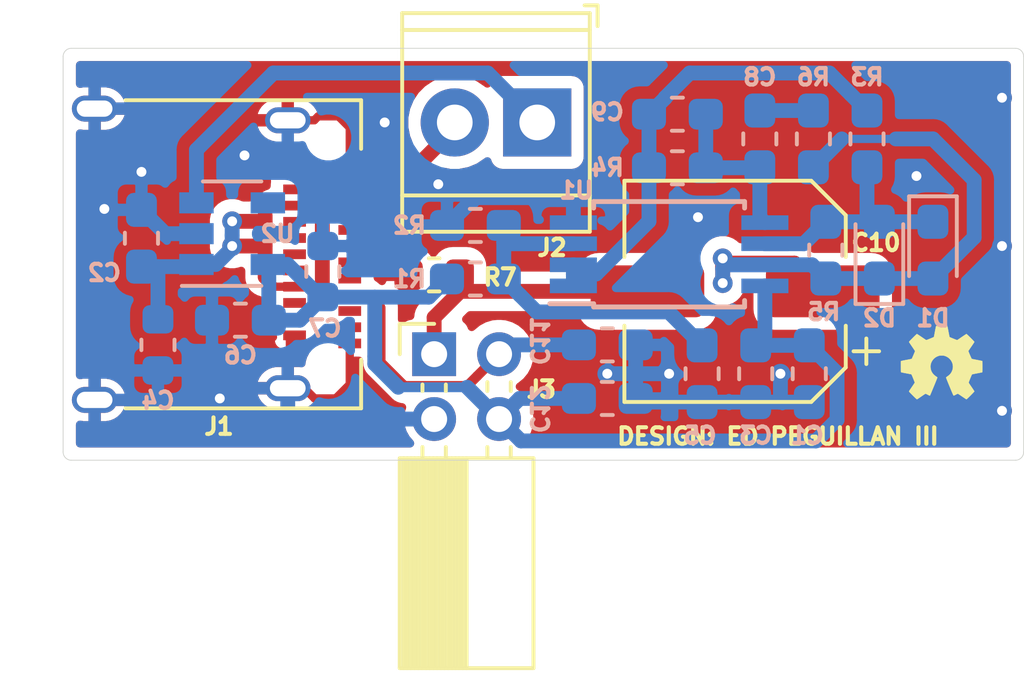
<source format=kicad_pcb>
(kicad_pcb (version 20171130) (host pcbnew "(5.1.0-47-g8a7e501fe)")

  (general
    (thickness 1.6)
    (drawings 11)
    (tracks 183)
    (zones 0)
    (modules 27)
    (nets 21)
  )

  (page USLetter)
  (title_block
    (date 2019-03-31)
  )

  (layers
    (0 F.Cu signal)
    (31 B.Cu signal hide)
    (32 B.Adhes user hide)
    (33 F.Adhes user)
    (34 B.Paste user hide)
    (35 F.Paste user)
    (36 B.SilkS user hide)
    (37 F.SilkS user)
    (38 B.Mask user hide)
    (39 F.Mask user)
    (40 Dwgs.User user)
    (41 Cmts.User user)
    (42 Eco1.User user)
    (43 Eco2.User user)
    (44 Edge.Cuts user)
    (45 Margin user)
    (46 B.CrtYd user)
    (47 F.CrtYd user)
    (48 B.Fab user hide)
    (49 F.Fab user hide)
  )

  (setup
    (last_trace_width 0.25)
    (user_trace_width 0.1524)
    (user_trace_width 0.2032)
    (user_trace_width 0.254)
    (user_trace_width 0.3048)
    (user_trace_width 0.3556)
    (user_trace_width 0.4064)
    (user_trace_width 0.4572)
    (user_trace_width 0.508)
    (user_trace_width 0.5588)
    (user_trace_width 0.6096)
    (trace_clearance 0.2)
    (zone_clearance 0.381)
    (zone_45_only yes)
    (trace_min 0.1524)
    (via_size 0.8)
    (via_drill 0.4)
    (via_min_size 0.508)
    (via_min_drill 0.254)
    (user_via 0.6096 0.3048)
    (uvia_size 50.8)
    (uvia_drill 25.4)
    (uvias_allowed no)
    (uvia_min_size 50.8)
    (uvia_min_drill 25.4)
    (edge_width 0.0254)
    (segment_width 0.2)
    (pcb_text_width 0.3)
    (pcb_text_size 1.5 1.5)
    (mod_edge_width 0.127)
    (mod_text_size 0.508 0.508)
    (mod_text_width 0.127)
    (pad_size 1.524 1.524)
    (pad_drill 0.762)
    (pad_to_mask_clearance 0.0508)
    (solder_mask_min_width 0.1016)
    (aux_axis_origin 0 0)
    (grid_origin 137.287 100.965)
    (visible_elements FFFFFF7F)
    (pcbplotparams
      (layerselection 0x010fc_ffffffff)
      (usegerberextensions false)
      (usegerberattributes false)
      (usegerberadvancedattributes false)
      (creategerberjobfile false)
      (excludeedgelayer true)
      (linewidth 0.100000)
      (plotframeref false)
      (viasonmask false)
      (mode 1)
      (useauxorigin false)
      (hpglpennumber 1)
      (hpglpenspeed 20)
      (hpglpendiameter 15.000000)
      (psnegative false)
      (psa4output false)
      (plotreference true)
      (plotvalue true)
      (plotinvisibletext false)
      (padsonsilk false)
      (subtractmaskfromsilk false)
      (outputformat 1)
      (mirror false)
      (drillshape 1)
      (scaleselection 1)
      (outputdirectory ""))
  )

  (net 0 "")
  (net 1 GNDA)
  (net 2 +5V0)
  (net 3 /RAIL_SPLIT)
  (net 4 +3V3)
  (net 5 "Net-(C8-Pad1)")
  (net 6 "Net-(C10-Pad1)")
  (net 7 "Net-(J1-PadB8)")
  (net 8 "Net-(J1-PadB7)")
  (net 9 "Net-(J1-PadB6)")
  (net 10 "Net-(J1-PadB5)")
  (net 11 "Net-(J1-PadA8)")
  (net 12 "Net-(J1-PadA7)")
  (net 13 "Net-(J1-PadA6)")
  (net 14 "Net-(J1-PadA5)")
  (net 15 "Net-(J2-Pad1)")
  (net 16 "Net-(U2-Pad4)")
  (net 17 /A_OUT)
  (net 18 /POS_FB)
  (net 19 /NEG_FB)
  (net 20 /V_DIV)

  (net_class Default "This is the default net class."
    (clearance 0.2)
    (trace_width 0.25)
    (via_dia 0.8)
    (via_drill 0.4)
    (uvia_dia 50.8)
    (uvia_drill 25.4)
  )

  (net_class "OSH Park Minimums" ""
    (clearance 0.1524)
    (trace_width 0.1524)
    (via_dia 0.508)
    (via_drill 0.254)
    (uvia_dia 50.8)
    (uvia_drill 25.4)
    (diff_pair_width 0.1524)
    (diff_pair_gap 0.1524)
    (add_net +3V3)
    (add_net +5V0)
    (add_net /A_OUT)
    (add_net /NEG_FB)
    (add_net /POS_FB)
    (add_net /RAIL_SPLIT)
    (add_net /V_DIV)
    (add_net GNDA)
    (add_net "Net-(C10-Pad1)")
    (add_net "Net-(C8-Pad1)")
    (add_net "Net-(J1-PadA5)")
    (add_net "Net-(J1-PadA6)")
    (add_net "Net-(J1-PadA7)")
    (add_net "Net-(J1-PadA8)")
    (add_net "Net-(J1-PadB5)")
    (add_net "Net-(J1-PadB6)")
    (add_net "Net-(J1-PadB7)")
    (add_net "Net-(J1-PadB8)")
    (add_net "Net-(J2-Pad1)")
    (add_net "Net-(U2-Pad4)")
  )

  (module Symbol:OSHW-Symbol_2.6x2.3mm_SilkScreen (layer F.Cu) (tedit 0) (tstamp 5CA2428B)
    (at 153.0477 99.2251)
    (fp_text reference G*** (at 0 0) (layer F.SilkS) hide
      (effects (font (size 1.524 1.524) (thickness 0.3)))
    )
    (fp_text value LOGO (at 0.75 0) (layer F.SilkS) hide
      (effects (font (size 1.524 1.524) (thickness 0.3)))
    )
    (fp_poly (pts (xy 0.038355 -1.130135) (xy 0.072572 -1.129877) (xy 0.103283 -1.12948) (xy 0.12954 -1.128964)
      (xy 0.150398 -1.128348) (xy 0.164911 -1.127652) (xy 0.172131 -1.126896) (xy 0.172675 -1.126707)
      (xy 0.174823 -1.121707) (xy 0.178269 -1.108944) (xy 0.182889 -1.088999) (xy 0.188557 -1.062456)
      (xy 0.195149 -1.029896) (xy 0.202539 -0.991902) (xy 0.209084 -0.957225) (xy 0.21596 -0.920766)
      (xy 0.222501 -0.886879) (xy 0.228521 -0.856476) (xy 0.233832 -0.830469) (xy 0.238248 -0.809768)
      (xy 0.241581 -0.795286) (xy 0.243644 -0.787933) (xy 0.244002 -0.787238) (xy 0.249207 -0.784291)
      (xy 0.260959 -0.778836) (xy 0.278064 -0.771359) (xy 0.299325 -0.762341) (xy 0.323548 -0.752266)
      (xy 0.349539 -0.741618) (xy 0.376101 -0.730878) (xy 0.40204 -0.720531) (xy 0.42616 -0.71106)
      (xy 0.447267 -0.702947) (xy 0.464166 -0.696677) (xy 0.475662 -0.692731) (xy 0.480559 -0.691594)
      (xy 0.480565 -0.691596) (xy 0.48499 -0.694322) (xy 0.495603 -0.701326) (xy 0.511624 -0.712079)
      (xy 0.53227 -0.726052) (xy 0.556762 -0.742716) (xy 0.584317 -0.761542) (xy 0.614155 -0.782)
      (xy 0.621381 -0.786965) (xy 0.651738 -0.807702) (xy 0.680124 -0.826845) (xy 0.705739 -0.843871)
      (xy 0.727783 -0.858261) (xy 0.745458 -0.869495) (xy 0.757964 -0.877051) (xy 0.764501 -0.88041)
      (xy 0.765072 -0.880534) (xy 0.76984 -0.877607) (xy 0.779669 -0.869356) (xy 0.793767 -0.856573)
      (xy 0.811341 -0.840052) (xy 0.8316 -0.820583) (xy 0.85375 -0.798961) (xy 0.877 -0.775978)
      (xy 0.900558 -0.752425) (xy 0.92363 -0.729098) (xy 0.945424 -0.706786) (xy 0.965148 -0.686284)
      (xy 0.982011 -0.668385) (xy 0.995218 -0.65388) (xy 1.003979 -0.643562) (xy 1.0075 -0.638224)
      (xy 1.007533 -0.637985) (xy 1.005203 -0.632885) (xy 0.998566 -0.621658) (xy 0.988157 -0.605123)
      (xy 0.974509 -0.584101) (xy 0.958153 -0.559412) (xy 0.939623 -0.531875) (xy 0.919451 -0.502312)
      (xy 0.918157 -0.500429) (xy 0.897745 -0.470662) (xy 0.87875 -0.442817) (xy 0.861733 -0.41773)
      (xy 0.847257 -0.396235) (xy 0.835883 -0.379165) (xy 0.828173 -0.367356) (xy 0.824689 -0.361641)
      (xy 0.82464 -0.361541) (xy 0.823987 -0.357607) (xy 0.824927 -0.351074) (xy 0.827749 -0.341147)
      (xy 0.832744 -0.32703) (xy 0.840201 -0.307928) (xy 0.850409 -0.283044) (xy 0.863659 -0.251584)
      (xy 0.870625 -0.235223) (xy 0.884182 -0.203889) (xy 0.896676 -0.175842) (xy 0.907692 -0.15196)
      (xy 0.916813 -0.133123) (xy 0.923622 -0.120212) (xy 0.927703 -0.114106) (xy 0.928092 -0.11381)
      (xy 0.9338 -0.11216) (xy 0.946873 -0.109182) (xy 0.966347 -0.105071) (xy 0.991257 -0.100024)
      (xy 1.020639 -0.094234) (xy 1.05353 -0.087896) (xy 1.088965 -0.081207) (xy 1.092841 -0.080483)
      (xy 1.133455 -0.072783) (xy 1.169211 -0.065749) (xy 1.199492 -0.059515) (xy 1.223682 -0.054214)
      (xy 1.241164 -0.04998) (xy 1.251321 -0.046946) (xy 1.253709 -0.045672) (xy 1.254477 -0.040353)
      (xy 1.255188 -0.027514) (xy 1.255824 -0.008101) (xy 1.256366 0.016939) (xy 1.256793 0.046662)
      (xy 1.257086 0.080119) (xy 1.257226 0.116366) (xy 1.257235 0.125423) (xy 1.257208 0.168357)
      (xy 1.257072 0.203568) (xy 1.256802 0.2318) (xy 1.256372 0.253797) (xy 1.255757 0.270304)
      (xy 1.25493 0.282063) (xy 1.253866 0.289819) (xy 1.252539 0.294316) (xy 1.25133 0.296018)
      (xy 1.245913 0.2979) (xy 1.233136 0.301066) (xy 1.213971 0.305315) (xy 1.189393 0.310442)
      (xy 1.160376 0.316245) (xy 1.127892 0.322519) (xy 1.093638 0.32893) (xy 1.055176 0.336148)
      (xy 1.020666 0.342884) (xy 0.990886 0.348972) (xy 0.966614 0.354243) (xy 0.948629 0.358532)
      (xy 0.937708 0.361671) (xy 0.934772 0.363011) (xy 0.93142 0.368388) (xy 0.925595 0.380389)
      (xy 0.917762 0.397857) (xy 0.908386 0.419635) (xy 0.897933 0.444567) (xy 0.886867 0.471495)
      (xy 0.875654 0.499262) (xy 0.86476 0.526713) (xy 0.85465 0.55269) (xy 0.845788 0.576036)
      (xy 0.838641 0.595595) (xy 0.833673 0.610209) (xy 0.831351 0.618723) (xy 0.831297 0.620269)
      (xy 0.834084 0.624865) (xy 0.841123 0.635618) (xy 0.851864 0.651711) (xy 0.865755 0.672327)
      (xy 0.882247 0.696649) (xy 0.90079 0.72386) (xy 0.920427 0.752552) (xy 0.940406 0.781898)
      (xy 0.958772 0.809285) (xy 0.974986 0.833879) (xy 0.988507 0.854843) (xy 0.998798 0.871342)
      (xy 1.00532 0.88254) (xy 1.007533 0.887557) (xy 1.004614 0.892282) (xy 0.996385 0.902081)
      (xy 0.983636 0.916162) (xy 0.967159 0.933731) (xy 0.947742 0.953995) (xy 0.926178 0.97616)
      (xy 0.903257 0.999432) (xy 0.87977 1.023019) (xy 0.856506 1.046125) (xy 0.834258 1.067959)
      (xy 0.813815 1.087727) (xy 0.795968 1.104634) (xy 0.781508 1.117888) (xy 0.771226 1.126695)
      (xy 0.765912 1.130262) (xy 0.765661 1.1303) (xy 0.760764 1.127974) (xy 0.749742 1.121357)
      (xy 0.733419 1.110987) (xy 0.712622 1.097405) (xy 0.688179 1.081151) (xy 0.660915 1.062762)
      (xy 0.632729 1.043517) (xy 0.603493 1.023573) (xy 0.576245 1.005244) (xy 0.551816 0.989071)
      (xy 0.531039 0.975593) (xy 0.514747 0.965352) (xy 0.503773 0.958886) (xy 0.49901 0.956733)
      (xy 0.492822 0.958667) (xy 0.480746 0.963988) (xy 0.464297 0.971976) (xy 0.444993 0.981909)
      (xy 0.436125 0.986635) (xy 0.414833 0.997689) (xy 0.396262 1.006546) (xy 0.38181 1.012585)
      (xy 0.37288 1.015187) (xy 0.37152 1.01521) (xy 0.369363 1.014048) (xy 0.366562 1.010777)
      (xy 0.362889 1.004884) (xy 0.358115 0.995856) (xy 0.352012 0.983178) (xy 0.344351 0.966338)
      (xy 0.334903 0.944821) (xy 0.323441 0.918114) (xy 0.309737 0.885704) (xy 0.29356 0.847077)
      (xy 0.274684 0.801719) (xy 0.252879 0.749116) (xy 0.249051 0.739866) (xy 0.230215 0.694173)
      (xy 0.212426 0.650685) (xy 0.19594 0.610046) (xy 0.181011 0.572899) (xy 0.167894 0.539888)
      (xy 0.156843 0.511658) (xy 0.148114 0.488853) (xy 0.14196 0.472117) (xy 0.138637 0.462093)
      (xy 0.138134 0.459408) (xy 0.142457 0.454481) (xy 0.152269 0.446089) (xy 0.166028 0.435486)
      (xy 0.179311 0.425924) (xy 0.21444 0.400042) (xy 0.243128 0.375593) (xy 0.266836 0.350969)
      (xy 0.287027 0.324564) (xy 0.305162 0.294773) (xy 0.314053 0.277832) (xy 0.333964 0.229141)
      (xy 0.345897 0.178865) (xy 0.349983 0.127861) (xy 0.346353 0.076982) (xy 0.335136 0.027083)
      (xy 0.316464 -0.020982) (xy 0.290466 -0.066358) (xy 0.257273 -0.10819) (xy 0.25472 -0.110924)
      (xy 0.215015 -0.147239) (xy 0.170674 -0.176748) (xy 0.121128 -0.199804) (xy 0.097217 -0.208094)
      (xy 0.083278 -0.212121) (xy 0.070138 -0.214907) (xy 0.055712 -0.216668) (xy 0.037915 -0.217622)
      (xy 0.014661 -0.217987) (xy 0.002117 -0.218017) (xy -0.024237 -0.217841) (xy -0.04422 -0.21717)
      (xy -0.059922 -0.215785) (xy -0.073436 -0.213469) (xy -0.086851 -0.210003) (xy -0.093133 -0.208098)
      (xy -0.144795 -0.187762) (xy -0.191699 -0.160692) (xy -0.233359 -0.127297) (xy -0.269288 -0.087989)
      (xy -0.298999 -0.043177) (xy -0.307226 -0.027517) (xy -0.324369 0.011531) (xy -0.335638 0.048505)
      (xy -0.341783 0.086603) (xy -0.343561 0.127) (xy -0.339511 0.181224) (xy -0.327506 0.232954)
      (xy -0.30776 0.281659) (xy -0.280486 0.326806) (xy -0.246704 0.367046) (xy -0.23155 0.381209)
      (xy -0.211864 0.397726) (xy -0.19021 0.41461) (xy -0.169147 0.429873) (xy -0.151238 0.441528)
      (xy -0.149051 0.442803) (xy -0.139307 0.450221) (xy -0.13344 0.45812) (xy -0.133063 0.459274)
      (xy -0.134273 0.464835) (xy -0.138633 0.477761) (xy -0.145973 0.497626) (xy -0.156127 0.524005)
      (xy -0.168927 0.556473) (xy -0.184206 0.594603) (xy -0.201795 0.637971) (xy -0.221528 0.686151)
      (xy -0.24106 0.733466) (xy -0.25975 0.778551) (xy -0.277572 0.821472) (xy -0.294247 0.861566)
      (xy -0.309501 0.898171) (xy -0.323055 0.930624) (xy -0.334632 0.958261) (xy -0.343955 0.980422)
      (xy -0.350748 0.996441) (xy -0.354734 1.005658) (xy -0.355622 1.007574) (xy -0.362483 1.014331)
      (xy -0.368157 1.016) (xy -0.374585 1.014062) (xy -0.386879 1.008729) (xy -0.403508 1.000723)
      (xy -0.422941 0.990764) (xy -0.431965 0.98596) (xy -0.456805 0.97306) (xy -0.476403 0.963891)
      (xy -0.490104 0.958739) (xy -0.496815 0.957764) (xy -0.502767 0.960624) (xy -0.514552 0.96765)
      (xy -0.531076 0.978138) (xy -0.551245 0.991387) (xy -0.573966 1.006693) (xy -0.588433 1.016617)
      (xy -0.627531 1.043585) (xy -0.660264 1.066079) (xy -0.687207 1.084477) (xy -0.708933 1.099155)
      (xy -0.726016 1.110491) (xy -0.739031 1.118863) (xy -0.748551 1.124648) (xy -0.755151 1.128224)
      (xy -0.759405 1.129967) (xy -0.761344 1.1303) (xy -0.765732 1.127399) (xy -0.775387 1.119132)
      (xy -0.789617 1.106147) (xy -0.807732 1.089098) (xy -0.829043 1.068634) (xy -0.85286 1.045406)
      (xy -0.878492 1.020064) (xy -0.883558 1.015018) (xy -0.909387 0.989125) (xy -0.933324 0.964885)
      (xy -0.954703 0.942994) (xy -0.972853 0.924145) (xy -0.987106 0.909036) (xy -0.996794 0.89836)
      (xy -1.001249 0.892813) (xy -1.001444 0.892411) (xy -1.002194 0.88993) (xy -1.002456 0.887394)
      (xy -1.001804 0.884117) (xy -0.999812 0.87941) (xy -0.996052 0.872587) (xy -0.9901 0.86296)
      (xy -0.981529 0.849842) (xy -0.969912 0.832546) (xy -0.954823 0.810383) (xy -0.935837 0.782668)
      (xy -0.912525 0.748711) (xy -0.910404 0.745622) (xy -0.890699 0.716754) (xy -0.872612 0.689932)
      (xy -0.856689 0.665989) (xy -0.843474 0.645757) (xy -0.833512 0.630071) (xy -0.827349 0.619765)
      (xy -0.8255 0.615791) (xy -0.827024 0.610459) (xy -0.831342 0.59828) (xy -0.838071 0.580255)
      (xy -0.846831 0.557387) (xy -0.85724 0.530678) (xy -0.868916 0.501128) (xy -0.874755 0.486489)
      (xy -0.889536 0.449828) (xy -0.901662 0.420442) (xy -0.911437 0.397672) (xy -0.919162 0.38086)
      (xy -0.925139 0.369345) (xy -0.929671 0.362471) (xy -0.932963 0.359616) (xy -0.939095 0.358001)
      (xy -0.952553 0.355074) (xy -0.972331 0.351035) (xy -0.997424 0.346083) (xy -1.026826 0.340415)
      (xy -1.059531 0.334231) (xy -1.091733 0.328245) (xy -1.126433 0.321747) (xy -1.158609 0.315529)
      (xy -1.187283 0.309794) (xy -1.211475 0.304748) (xy -1.230208 0.300593) (xy -1.242501 0.297534)
      (xy -1.247308 0.295843) (xy -1.248805 0.2932) (xy -1.250032 0.287518) (xy -1.251012 0.278076)
      (xy -1.251769 0.264157) (xy -1.252328 0.245043) (xy -1.252712 0.220014) (xy -1.252945 0.188351)
      (xy -1.253053 0.149337) (xy -1.253067 0.124462) (xy -1.253067 -0.042138) (xy -1.243542 -0.048015)
      (xy -1.237302 -0.0501) (xy -1.223719 -0.053457) (xy -1.203787 -0.057878) (xy -1.178498 -0.063157)
      (xy -1.148847 -0.069085) (xy -1.115826 -0.075457) (xy -1.080428 -0.082064) (xy -1.0795 -0.082235)
      (xy -1.04427 -0.088808) (xy -1.011577 -0.095121) (xy -0.982379 -0.100973) (xy -0.957637 -0.106162)
      (xy -0.938308 -0.110486) (xy -0.925353 -0.113744) (xy -0.91973 -0.115736) (xy -0.919663 -0.115795)
      (xy -0.916591 -0.121016) (xy -0.910815 -0.132845) (xy -0.902852 -0.150076) (xy -0.893221 -0.171506)
      (xy -0.882441 -0.195928) (xy -0.87103 -0.222138) (xy -0.859507 -0.248931) (xy -0.84839 -0.275102)
      (xy -0.838199 -0.299446) (xy -0.82945 -0.320757) (xy -0.822664 -0.337831) (xy -0.818359 -0.349462)
      (xy -0.817034 -0.354271) (xy -0.81936 -0.359121) (xy -0.825991 -0.370123) (xy -0.8364 -0.386476)
      (xy -0.850063 -0.407377) (xy -0.866455 -0.432026) (xy -0.88505 -0.459619) (xy -0.905324 -0.489356)
      (xy -0.908548 -0.494054) (xy -0.929127 -0.524152) (xy -0.948204 -0.552308) (xy -0.965239 -0.577705)
      (xy -0.97969 -0.599526) (xy -0.991018 -0.616954) (xy -0.998681 -0.62917) (xy -1.002138 -0.635358)
      (xy -1.002256 -0.635696) (xy -1.001622 -0.639117) (xy -0.998155 -0.644877) (xy -0.991402 -0.653471)
      (xy -0.980912 -0.665393) (xy -0.966232 -0.681138) (xy -0.94691 -0.701202) (xy -0.922493 -0.726078)
      (xy -0.89253 -0.756262) (xy -0.8865 -0.762309) (xy -0.856485 -0.792192) (xy -0.829703 -0.818451)
      (xy -0.80661 -0.840657) (xy -0.787661 -0.858382) (xy -0.773314 -0.871199) (xy -0.764022 -0.878679)
      (xy -0.760562 -0.880533) (xy -0.755367 -0.878206) (xy -0.744036 -0.871577) (xy -0.727389 -0.861175)
      (xy -0.706243 -0.847528) (xy -0.681416 -0.831165) (xy -0.653728 -0.812615) (xy -0.623995 -0.792407)
      (xy -0.620761 -0.790192) (xy -0.59075 -0.76966) (xy -0.562648 -0.750505) (xy -0.537289 -0.733289)
      (xy -0.515504 -0.718575) (xy -0.498126 -0.706924) (xy -0.485987 -0.698899) (xy -0.47992 -0.695061)
      (xy -0.479707 -0.694944) (xy -0.475996 -0.693816) (xy -0.470551 -0.693979) (xy -0.462451 -0.695741)
      (xy -0.450776 -0.699405) (xy -0.434607 -0.705277) (xy -0.413023 -0.713663) (xy -0.385103 -0.724869)
      (xy -0.365407 -0.732876) (xy -0.330528 -0.747116) (xy -0.302677 -0.758564) (xy -0.281033 -0.767615)
      (xy -0.26478 -0.774662) (xy -0.253099 -0.780098) (xy -0.245171 -0.784316) (xy -0.240178 -0.787712)
      (xy -0.237303 -0.790677) (xy -0.235727 -0.793605) (xy -0.235046 -0.795566) (xy -0.2337 -0.801486)
      (xy -0.231006 -0.814762) (xy -0.22715 -0.834421) (xy -0.222319 -0.859492) (xy -0.216702 -0.889005)
      (xy -0.210483 -0.921987) (xy -0.203851 -0.957468) (xy -0.203171 -0.961126) (xy -0.196457 -0.996699)
      (xy -0.190026 -1.029767) (xy -0.18408 -1.059378) (xy -0.178817 -1.084577) (xy -0.174437 -1.10441)
      (xy -0.171139 -1.117923) (xy -0.169124 -1.124163) (xy -0.16899 -1.124364) (xy -0.166465 -1.125902)
      (xy -0.161198 -1.12716) (xy -0.152447 -1.128161) (xy -0.139473 -1.128932) (xy -0.121534 -1.129499)
      (xy -0.09789 -1.129886) (xy -0.067801 -1.13012) (xy -0.030525 -1.130225) (xy 0.001577 -1.130235)
      (xy 0.038355 -1.130135)) (layer F.SilkS) (width 0.01))
  )

  (module Capacitor_SMD:C_0603_1608Metric_Pad1.05x0.95mm_HandSolder (layer B.Cu) (tedit 5B301BBE) (tstamp 5C9E5D99)
    (at 148.971 99.568 270)
    (descr "Capacitor SMD 0603 (1608 Metric), square (rectangular) end terminal, IPC_7351 nominal with elongated pad for handsoldering. (Body size source: http://www.tortai-tech.com/upload/download/2011102023233369053.pdf), generated with kicad-footprint-generator")
    (tags "capacitor handsolder")
    (path /5C8F4F2A)
    (attr smd)
    (fp_text reference C1 (at 1.905 0.0635 unlocked) (layer B.SilkS)
      (effects (font (size 0.508 0.508) (thickness 0.127)) (justify mirror))
    )
    (fp_text value 0u1F (at 0 -1.43 270) (layer B.Fab)
      (effects (font (size 1 1) (thickness 0.15)) (justify mirror))
    )
    (fp_text user %R (at 0 0 270 unlocked) (layer B.Fab)
      (effects (font (size 0.4 0.4) (thickness 0.06)) (justify mirror))
    )
    (fp_line (start 1.65 -0.73) (end -1.65 -0.73) (layer B.CrtYd) (width 0.05))
    (fp_line (start 1.65 0.73) (end 1.65 -0.73) (layer B.CrtYd) (width 0.05))
    (fp_line (start -1.65 0.73) (end 1.65 0.73) (layer B.CrtYd) (width 0.05))
    (fp_line (start -1.65 -0.73) (end -1.65 0.73) (layer B.CrtYd) (width 0.05))
    (fp_line (start -0.171267 -0.51) (end 0.171267 -0.51) (layer B.SilkS) (width 0.12))
    (fp_line (start -0.171267 0.51) (end 0.171267 0.51) (layer B.SilkS) (width 0.12))
    (fp_line (start 0.8 -0.4) (end -0.8 -0.4) (layer B.Fab) (width 0.1))
    (fp_line (start 0.8 0.4) (end 0.8 -0.4) (layer B.Fab) (width 0.1))
    (fp_line (start -0.8 0.4) (end 0.8 0.4) (layer B.Fab) (width 0.1))
    (fp_line (start -0.8 -0.4) (end -0.8 0.4) (layer B.Fab) (width 0.1))
    (pad 2 smd roundrect (at 0.875 0 270) (size 1.05 0.95) (layers B.Cu B.Paste B.Mask) (roundrect_rratio 0.25)
      (net 1 GNDA))
    (pad 1 smd roundrect (at -0.875 0 270) (size 1.05 0.95) (layers B.Cu B.Paste B.Mask) (roundrect_rratio 0.25)
      (net 4 +3V3))
    (model ${KISYS3DMOD}/Capacitor_SMD.3dshapes/C_0603_1608Metric.wrl
      (at (xyz 0 0 0))
      (scale (xyz 1 1 1))
      (rotate (xyz 0 0 0))
    )
  )

  (module Capacitor_SMD:C_0603_1608Metric_Pad1.05x0.95mm_HandSolder (layer B.Cu) (tedit 5B301BBE) (tstamp 5C9DFCAA)
    (at 128.397 95.391 90)
    (descr "Capacitor SMD 0603 (1608 Metric), square (rectangular) end terminal, IPC_7351 nominal with elongated pad for handsoldering. (Body size source: http://www.tortai-tech.com/upload/download/2011102023233369053.pdf), generated with kicad-footprint-generator")
    (tags "capacitor handsolder")
    (path /5C9132E0)
    (attr smd)
    (fp_text reference C2 (at -1.0655 -1.143 unlocked) (layer B.SilkS)
      (effects (font (size 0.508 0.508) (thickness 0.127)) (justify mirror))
    )
    (fp_text value 1uF (at 0 -1.43 90) (layer B.Fab)
      (effects (font (size 1 1) (thickness 0.15)) (justify mirror))
    )
    (fp_text user %R (at 0 0 90 unlocked) (layer B.Fab)
      (effects (font (size 0.4 0.4) (thickness 0.06)) (justify mirror))
    )
    (fp_line (start 1.65 -0.73) (end -1.65 -0.73) (layer B.CrtYd) (width 0.05))
    (fp_line (start 1.65 0.73) (end 1.65 -0.73) (layer B.CrtYd) (width 0.05))
    (fp_line (start -1.65 0.73) (end 1.65 0.73) (layer B.CrtYd) (width 0.05))
    (fp_line (start -1.65 -0.73) (end -1.65 0.73) (layer B.CrtYd) (width 0.05))
    (fp_line (start -0.171267 -0.51) (end 0.171267 -0.51) (layer B.SilkS) (width 0.12))
    (fp_line (start -0.171267 0.51) (end 0.171267 0.51) (layer B.SilkS) (width 0.12))
    (fp_line (start 0.8 -0.4) (end -0.8 -0.4) (layer B.Fab) (width 0.1))
    (fp_line (start 0.8 0.4) (end 0.8 -0.4) (layer B.Fab) (width 0.1))
    (fp_line (start -0.8 0.4) (end 0.8 0.4) (layer B.Fab) (width 0.1))
    (fp_line (start -0.8 -0.4) (end -0.8 0.4) (layer B.Fab) (width 0.1))
    (pad 2 smd roundrect (at 0.875 0 90) (size 1.05 0.95) (layers B.Cu B.Paste B.Mask) (roundrect_rratio 0.25)
      (net 1 GNDA))
    (pad 1 smd roundrect (at -0.875 0 90) (size 1.05 0.95) (layers B.Cu B.Paste B.Mask) (roundrect_rratio 0.25)
      (net 2 +5V0))
    (model ${KISYS3DMOD}/Capacitor_SMD.3dshapes/C_0603_1608Metric.wrl
      (at (xyz 0 0 0))
      (scale (xyz 1 1 1))
      (rotate (xyz 0 0 0))
    )
  )

  (module Capacitor_SMD:C_0603_1608Metric_Pad1.05x0.95mm_HandSolder (layer B.Cu) (tedit 5B301BBE) (tstamp 5C9E5D69)
    (at 147.32 99.568 270)
    (descr "Capacitor SMD 0603 (1608 Metric), square (rectangular) end terminal, IPC_7351 nominal with elongated pad for handsoldering. (Body size source: http://www.tortai-tech.com/upload/download/2011102023233369053.pdf), generated with kicad-footprint-generator")
    (tags "capacitor handsolder")
    (path /5C9F6244)
    (attr smd)
    (fp_text reference C3 (at 1.905 0 unlocked) (layer B.SilkS)
      (effects (font (size 0.508 0.508) (thickness 0.127)) (justify mirror))
    )
    (fp_text value 1uF (at 0 -1.43 270) (layer B.Fab)
      (effects (font (size 1 1) (thickness 0.15)) (justify mirror))
    )
    (fp_text user %R (at 0 0 270 unlocked) (layer B.Fab)
      (effects (font (size 0.4 0.4) (thickness 0.06)) (justify mirror))
    )
    (fp_line (start 1.65 -0.73) (end -1.65 -0.73) (layer B.CrtYd) (width 0.05))
    (fp_line (start 1.65 0.73) (end 1.65 -0.73) (layer B.CrtYd) (width 0.05))
    (fp_line (start -1.65 0.73) (end 1.65 0.73) (layer B.CrtYd) (width 0.05))
    (fp_line (start -1.65 -0.73) (end -1.65 0.73) (layer B.CrtYd) (width 0.05))
    (fp_line (start -0.171267 -0.51) (end 0.171267 -0.51) (layer B.SilkS) (width 0.12))
    (fp_line (start -0.171267 0.51) (end 0.171267 0.51) (layer B.SilkS) (width 0.12))
    (fp_line (start 0.8 -0.4) (end -0.8 -0.4) (layer B.Fab) (width 0.1))
    (fp_line (start 0.8 0.4) (end 0.8 -0.4) (layer B.Fab) (width 0.1))
    (fp_line (start -0.8 0.4) (end 0.8 0.4) (layer B.Fab) (width 0.1))
    (fp_line (start -0.8 -0.4) (end -0.8 0.4) (layer B.Fab) (width 0.1))
    (pad 2 smd roundrect (at 0.875 0 270) (size 1.05 0.95) (layers B.Cu B.Paste B.Mask) (roundrect_rratio 0.25)
      (net 1 GNDA))
    (pad 1 smd roundrect (at -0.875 0 270) (size 1.05 0.95) (layers B.Cu B.Paste B.Mask) (roundrect_rratio 0.25)
      (net 4 +3V3))
    (model ${KISYS3DMOD}/Capacitor_SMD.3dshapes/C_0603_1608Metric.wrl
      (at (xyz 0 0 0))
      (scale (xyz 1 1 1))
      (rotate (xyz 0 0 0))
    )
  )

  (module Capacitor_SMD:C_0603_1608Metric (layer B.Cu) (tedit 5B301BBE) (tstamp 5C9DFCCC)
    (at 128.905 98.679 270)
    (descr "Capacitor SMD 0603 (1608 Metric), square (rectangular) end terminal, IPC_7351 nominal, (Body size source: http://www.tortai-tech.com/upload/download/2011102023233369053.pdf), generated with kicad-footprint-generator")
    (tags capacitor)
    (path /5C9124F6)
    (attr smd)
    (fp_text reference C4 (at 1.7145 0 unlocked) (layer B.SilkS)
      (effects (font (size 0.508 0.508) (thickness 0.127)) (justify mirror))
    )
    (fp_text value 0u1F (at 0 -1.43 270) (layer B.Fab)
      (effects (font (size 1 1) (thickness 0.15)) (justify mirror))
    )
    (fp_text user %R (at 0 0 270 unlocked) (layer B.Fab)
      (effects (font (size 0.4 0.4) (thickness 0.06)) (justify mirror))
    )
    (fp_line (start 1.48 -0.73) (end -1.48 -0.73) (layer B.CrtYd) (width 0.05))
    (fp_line (start 1.48 0.73) (end 1.48 -0.73) (layer B.CrtYd) (width 0.05))
    (fp_line (start -1.48 0.73) (end 1.48 0.73) (layer B.CrtYd) (width 0.05))
    (fp_line (start -1.48 -0.73) (end -1.48 0.73) (layer B.CrtYd) (width 0.05))
    (fp_line (start -0.162779 -0.51) (end 0.162779 -0.51) (layer B.SilkS) (width 0.12))
    (fp_line (start -0.162779 0.51) (end 0.162779 0.51) (layer B.SilkS) (width 0.12))
    (fp_line (start 0.8 -0.4) (end -0.8 -0.4) (layer B.Fab) (width 0.1))
    (fp_line (start 0.8 0.4) (end 0.8 -0.4) (layer B.Fab) (width 0.1))
    (fp_line (start -0.8 0.4) (end 0.8 0.4) (layer B.Fab) (width 0.1))
    (fp_line (start -0.8 -0.4) (end -0.8 0.4) (layer B.Fab) (width 0.1))
    (pad 2 smd roundrect (at 0.7875 0 270) (size 0.875 0.95) (layers B.Cu B.Paste B.Mask) (roundrect_rratio 0.25)
      (net 1 GNDA))
    (pad 1 smd roundrect (at -0.7875 0 270) (size 0.875 0.95) (layers B.Cu B.Paste B.Mask) (roundrect_rratio 0.25)
      (net 2 +5V0))
    (model ${KISYS3DMOD}/Capacitor_SMD.3dshapes/C_0603_1608Metric.wrl
      (at (xyz 0 0 0))
      (scale (xyz 1 1 1))
      (rotate (xyz 0 0 0))
    )
  )

  (module Capacitor_SMD:C_0603_1608Metric_Pad1.05x0.95mm_HandSolder (layer B.Cu) (tedit 5B301BBE) (tstamp 5C9DFCDD)
    (at 145.669 99.568 270)
    (descr "Capacitor SMD 0603 (1608 Metric), square (rectangular) end terminal, IPC_7351 nominal with elongated pad for handsoldering. (Body size source: http://www.tortai-tech.com/upload/download/2011102023233369053.pdf), generated with kicad-footprint-generator")
    (tags "capacitor handsolder")
    (path /5C8C8F29)
    (attr smd)
    (fp_text reference C5 (at 1.905 0.0635 unlocked) (layer B.SilkS)
      (effects (font (size 0.508 0.508) (thickness 0.127)) (justify mirror))
    )
    (fp_text value 0u1F (at 0 -1.43 270) (layer B.Fab)
      (effects (font (size 1 1) (thickness 0.15)) (justify mirror))
    )
    (fp_text user %R (at 0 0 270 unlocked) (layer B.Fab)
      (effects (font (size 0.4 0.4) (thickness 0.06)) (justify mirror))
    )
    (fp_line (start 1.65 -0.73) (end -1.65 -0.73) (layer B.CrtYd) (width 0.05))
    (fp_line (start 1.65 0.73) (end 1.65 -0.73) (layer B.CrtYd) (width 0.05))
    (fp_line (start -1.65 0.73) (end 1.65 0.73) (layer B.CrtYd) (width 0.05))
    (fp_line (start -1.65 -0.73) (end -1.65 0.73) (layer B.CrtYd) (width 0.05))
    (fp_line (start -0.171267 -0.51) (end 0.171267 -0.51) (layer B.SilkS) (width 0.12))
    (fp_line (start -0.171267 0.51) (end 0.171267 0.51) (layer B.SilkS) (width 0.12))
    (fp_line (start 0.8 -0.4) (end -0.8 -0.4) (layer B.Fab) (width 0.1))
    (fp_line (start 0.8 0.4) (end 0.8 -0.4) (layer B.Fab) (width 0.1))
    (fp_line (start -0.8 0.4) (end 0.8 0.4) (layer B.Fab) (width 0.1))
    (fp_line (start -0.8 -0.4) (end -0.8 0.4) (layer B.Fab) (width 0.1))
    (pad 2 smd roundrect (at 0.875 0 270) (size 1.05 0.95) (layers B.Cu B.Paste B.Mask) (roundrect_rratio 0.25)
      (net 1 GNDA))
    (pad 1 smd roundrect (at -0.875 0 270) (size 1.05 0.95) (layers B.Cu B.Paste B.Mask) (roundrect_rratio 0.25)
      (net 20 /V_DIV))
    (model ${KISYS3DMOD}/Capacitor_SMD.3dshapes/C_0603_1608Metric.wrl
      (at (xyz 0 0 0))
      (scale (xyz 1 1 1))
      (rotate (xyz 0 0 0))
    )
  )

  (module Capacitor_SMD:C_0603_1608Metric_Pad1.05x0.95mm_HandSolder (layer B.Cu) (tedit 5B301BBE) (tstamp 5C9E2EB8)
    (at 131.445 97.917 180)
    (descr "Capacitor SMD 0603 (1608 Metric), square (rectangular) end terminal, IPC_7351 nominal with elongated pad for handsoldering. (Body size source: http://www.tortai-tech.com/upload/download/2011102023233369053.pdf), generated with kicad-footprint-generator")
    (tags "capacitor handsolder")
    (path /5C9A47C3)
    (attr smd)
    (fp_text reference C6 (at 0 -1.0795 unlocked) (layer B.SilkS)
      (effects (font (size 0.508 0.508) (thickness 0.127)) (justify mirror))
    )
    (fp_text value 1uF (at 0 -1.43 180) (layer B.Fab)
      (effects (font (size 1 1) (thickness 0.15)) (justify mirror))
    )
    (fp_text user %R (at 0 0 180 unlocked) (layer B.Fab)
      (effects (font (size 0.4 0.4) (thickness 0.06)) (justify mirror))
    )
    (fp_line (start 1.65 -0.73) (end -1.65 -0.73) (layer B.CrtYd) (width 0.05))
    (fp_line (start 1.65 0.73) (end 1.65 -0.73) (layer B.CrtYd) (width 0.05))
    (fp_line (start -1.65 0.73) (end 1.65 0.73) (layer B.CrtYd) (width 0.05))
    (fp_line (start -1.65 -0.73) (end -1.65 0.73) (layer B.CrtYd) (width 0.05))
    (fp_line (start -0.171267 -0.51) (end 0.171267 -0.51) (layer B.SilkS) (width 0.12))
    (fp_line (start -0.171267 0.51) (end 0.171267 0.51) (layer B.SilkS) (width 0.12))
    (fp_line (start 0.8 -0.4) (end -0.8 -0.4) (layer B.Fab) (width 0.1))
    (fp_line (start 0.8 0.4) (end 0.8 -0.4) (layer B.Fab) (width 0.1))
    (fp_line (start -0.8 0.4) (end 0.8 0.4) (layer B.Fab) (width 0.1))
    (fp_line (start -0.8 -0.4) (end -0.8 0.4) (layer B.Fab) (width 0.1))
    (pad 2 smd roundrect (at 0.875 0 180) (size 1.05 0.95) (layers B.Cu B.Paste B.Mask) (roundrect_rratio 0.25)
      (net 1 GNDA))
    (pad 1 smd roundrect (at -0.875 0 180) (size 1.05 0.95) (layers B.Cu B.Paste B.Mask) (roundrect_rratio 0.25)
      (net 4 +3V3))
    (model ${KISYS3DMOD}/Capacitor_SMD.3dshapes/C_0603_1608Metric.wrl
      (at (xyz 0 0 0))
      (scale (xyz 1 1 1))
      (rotate (xyz 0 0 0))
    )
  )

  (module Capacitor_SMD:C_0603_1608Metric (layer B.Cu) (tedit 5B301BBE) (tstamp 5C9DFCFF)
    (at 133.985 96.4185 90)
    (descr "Capacitor SMD 0603 (1608 Metric), square (rectangular) end terminal, IPC_7351 nominal, (Body size source: http://www.tortai-tech.com/upload/download/2011102023233369053.pdf), generated with kicad-footprint-generator")
    (tags capacitor)
    (path /5C9A4EC5)
    (attr smd)
    (fp_text reference C7 (at -1.7525 0.0635 unlocked) (layer B.SilkS)
      (effects (font (size 0.508 0.508) (thickness 0.127)) (justify mirror))
    )
    (fp_text value 0u1F (at 0 -1.43 90) (layer B.Fab)
      (effects (font (size 1 1) (thickness 0.15)) (justify mirror))
    )
    (fp_text user %R (at 0 0 90 unlocked) (layer B.Fab)
      (effects (font (size 0.4 0.4) (thickness 0.06)) (justify mirror))
    )
    (fp_line (start 1.48 -0.73) (end -1.48 -0.73) (layer B.CrtYd) (width 0.05))
    (fp_line (start 1.48 0.73) (end 1.48 -0.73) (layer B.CrtYd) (width 0.05))
    (fp_line (start -1.48 0.73) (end 1.48 0.73) (layer B.CrtYd) (width 0.05))
    (fp_line (start -1.48 -0.73) (end -1.48 0.73) (layer B.CrtYd) (width 0.05))
    (fp_line (start -0.162779 -0.51) (end 0.162779 -0.51) (layer B.SilkS) (width 0.12))
    (fp_line (start -0.162779 0.51) (end 0.162779 0.51) (layer B.SilkS) (width 0.12))
    (fp_line (start 0.8 -0.4) (end -0.8 -0.4) (layer B.Fab) (width 0.1))
    (fp_line (start 0.8 0.4) (end 0.8 -0.4) (layer B.Fab) (width 0.1))
    (fp_line (start -0.8 0.4) (end 0.8 0.4) (layer B.Fab) (width 0.1))
    (fp_line (start -0.8 -0.4) (end -0.8 0.4) (layer B.Fab) (width 0.1))
    (pad 2 smd roundrect (at 0.7875 0 90) (size 0.875 0.95) (layers B.Cu B.Paste B.Mask) (roundrect_rratio 0.25)
      (net 1 GNDA))
    (pad 1 smd roundrect (at -0.7875 0 90) (size 0.875 0.95) (layers B.Cu B.Paste B.Mask) (roundrect_rratio 0.25)
      (net 4 +3V3))
    (model ${KISYS3DMOD}/Capacitor_SMD.3dshapes/C_0603_1608Metric.wrl
      (at (xyz 0 0 0))
      (scale (xyz 1 1 1))
      (rotate (xyz 0 0 0))
    )
  )

  (module Capacitor_SMD:C_0603_1608Metric_Pad1.05x0.95mm_HandSolder (layer B.Cu) (tedit 5B301BBE) (tstamp 5C9DFD10)
    (at 147.447 92.329 270)
    (descr "Capacitor SMD 0603 (1608 Metric), square (rectangular) end terminal, IPC_7351 nominal with elongated pad for handsoldering. (Body size source: http://www.tortai-tech.com/upload/download/2011102023233369053.pdf), generated with kicad-footprint-generator")
    (tags "capacitor handsolder")
    (path /5C8AAC66)
    (attr smd)
    (fp_text reference C8 (at -1.905 0 unlocked) (layer B.SilkS)
      (effects (font (size 0.508 0.508) (thickness 0.127)) (justify mirror))
    )
    (fp_text value 1nF (at 0 -1.43 270) (layer B.Fab)
      (effects (font (size 1 1) (thickness 0.15)) (justify mirror))
    )
    (fp_text user %R (at 0 0 270 unlocked) (layer B.Fab)
      (effects (font (size 0.4 0.4) (thickness 0.06)) (justify mirror))
    )
    (fp_line (start 1.65 -0.73) (end -1.65 -0.73) (layer B.CrtYd) (width 0.05))
    (fp_line (start 1.65 0.73) (end 1.65 -0.73) (layer B.CrtYd) (width 0.05))
    (fp_line (start -1.65 0.73) (end 1.65 0.73) (layer B.CrtYd) (width 0.05))
    (fp_line (start -1.65 -0.73) (end -1.65 0.73) (layer B.CrtYd) (width 0.05))
    (fp_line (start -0.171267 -0.51) (end 0.171267 -0.51) (layer B.SilkS) (width 0.12))
    (fp_line (start -0.171267 0.51) (end 0.171267 0.51) (layer B.SilkS) (width 0.12))
    (fp_line (start 0.8 -0.4) (end -0.8 -0.4) (layer B.Fab) (width 0.1))
    (fp_line (start 0.8 0.4) (end 0.8 -0.4) (layer B.Fab) (width 0.1))
    (fp_line (start -0.8 0.4) (end 0.8 0.4) (layer B.Fab) (width 0.1))
    (fp_line (start -0.8 -0.4) (end -0.8 0.4) (layer B.Fab) (width 0.1))
    (pad 2 smd roundrect (at 0.875 0 270) (size 1.05 0.95) (layers B.Cu B.Paste B.Mask) (roundrect_rratio 0.25)
      (net 18 /POS_FB))
    (pad 1 smd roundrect (at -0.875 0 270) (size 1.05 0.95) (layers B.Cu B.Paste B.Mask) (roundrect_rratio 0.25)
      (net 5 "Net-(C8-Pad1)"))
    (model ${KISYS3DMOD}/Capacitor_SMD.3dshapes/C_0603_1608Metric.wrl
      (at (xyz 0 0 0))
      (scale (xyz 1 1 1))
      (rotate (xyz 0 0 0))
    )
  )

  (module Capacitor_SMD:C_0603_1608Metric_Pad1.05x0.95mm_HandSolder (layer B.Cu) (tedit 5B301BBE) (tstamp 5C9DFD21)
    (at 144.907 91.567)
    (descr "Capacitor SMD 0603 (1608 Metric), square (rectangular) end terminal, IPC_7351 nominal with elongated pad for handsoldering. (Body size source: http://www.tortai-tech.com/upload/download/2011102023233369053.pdf), generated with kicad-footprint-generator")
    (tags "capacitor handsolder")
    (path /5C8F7709)
    (attr smd)
    (fp_text reference C9 (at -2.159 -0.0635 unlocked) (layer B.SilkS)
      (effects (font (size 0.508 0.508) (thickness 0.127)) (justify mirror))
    )
    (fp_text value 1nF (at 0 -1.43) (layer B.Fab)
      (effects (font (size 1 1) (thickness 0.15)) (justify mirror))
    )
    (fp_text user %R (at 0 0 unlocked) (layer B.Fab)
      (effects (font (size 0.4 0.4) (thickness 0.06)) (justify mirror))
    )
    (fp_line (start 1.65 -0.73) (end -1.65 -0.73) (layer B.CrtYd) (width 0.05))
    (fp_line (start 1.65 0.73) (end 1.65 -0.73) (layer B.CrtYd) (width 0.05))
    (fp_line (start -1.65 0.73) (end 1.65 0.73) (layer B.CrtYd) (width 0.05))
    (fp_line (start -1.65 -0.73) (end -1.65 0.73) (layer B.CrtYd) (width 0.05))
    (fp_line (start -0.171267 -0.51) (end 0.171267 -0.51) (layer B.SilkS) (width 0.12))
    (fp_line (start -0.171267 0.51) (end 0.171267 0.51) (layer B.SilkS) (width 0.12))
    (fp_line (start 0.8 -0.4) (end -0.8 -0.4) (layer B.Fab) (width 0.1))
    (fp_line (start 0.8 0.4) (end 0.8 -0.4) (layer B.Fab) (width 0.1))
    (fp_line (start -0.8 0.4) (end 0.8 0.4) (layer B.Fab) (width 0.1))
    (fp_line (start -0.8 -0.4) (end -0.8 0.4) (layer B.Fab) (width 0.1))
    (pad 2 smd roundrect (at 0.875 0) (size 1.05 0.95) (layers B.Cu B.Paste B.Mask) (roundrect_rratio 0.25)
      (net 18 /POS_FB))
    (pad 1 smd roundrect (at -0.875 0) (size 1.05 0.95) (layers B.Cu B.Paste B.Mask) (roundrect_rratio 0.25)
      (net 3 /RAIL_SPLIT))
    (model ${KISYS3DMOD}/Capacitor_SMD.3dshapes/C_0603_1608Metric.wrl
      (at (xyz 0 0 0))
      (scale (xyz 1 1 1))
      (rotate (xyz 0 0 0))
    )
  )

  (module Capacitor_SMD:CP_Elec_6.3x5.4_Nichicon (layer F.Cu) (tedit 5BCA39D0) (tstamp 5CA1C5F6)
    (at 146.685 97.028 180)
    (descr "SMD capacitor, aluminum electrolytic, Nichicon, 6.3x5.4mm")
    (tags "capacitor electrolytic")
    (path /5C8E26FA)
    (attr smd)
    (fp_text reference C10 (at -4.3434 1.4986 unlocked) (layer F.SilkS)
      (effects (font (size 0.508 0.508) (thickness 0.127)))
    )
    (fp_text value 47uF (at 0 4.35 180) (layer F.Fab)
      (effects (font (size 1 1) (thickness 0.15)))
    )
    (fp_text user %R (at 0 0 180 unlocked) (layer F.Fab)
      (effects (font (size 1 1) (thickness 0.15)))
    )
    (fp_line (start -4.7 1.05) (end -3.55 1.05) (layer F.CrtYd) (width 0.05))
    (fp_line (start -4.7 -1.05) (end -4.7 1.05) (layer F.CrtYd) (width 0.05))
    (fp_line (start -3.55 -1.05) (end -4.7 -1.05) (layer F.CrtYd) (width 0.05))
    (fp_line (start -3.55 1.05) (end -3.55 2.4) (layer F.CrtYd) (width 0.05))
    (fp_line (start -3.55 -2.4) (end -3.55 -1.05) (layer F.CrtYd) (width 0.05))
    (fp_line (start -3.55 -2.4) (end -2.4 -3.55) (layer F.CrtYd) (width 0.05))
    (fp_line (start -3.55 2.4) (end -2.4 3.55) (layer F.CrtYd) (width 0.05))
    (fp_line (start -2.4 -3.55) (end 3.55 -3.55) (layer F.CrtYd) (width 0.05))
    (fp_line (start -2.4 3.55) (end 3.55 3.55) (layer F.CrtYd) (width 0.05))
    (fp_line (start 3.55 1.05) (end 3.55 3.55) (layer F.CrtYd) (width 0.05))
    (fp_line (start 4.7 1.05) (end 3.55 1.05) (layer F.CrtYd) (width 0.05))
    (fp_line (start 4.7 -1.05) (end 4.7 1.05) (layer F.CrtYd) (width 0.05))
    (fp_line (start 3.55 -1.05) (end 4.7 -1.05) (layer F.CrtYd) (width 0.05))
    (fp_line (start 3.55 -3.55) (end 3.55 -1.05) (layer F.CrtYd) (width 0.05))
    (fp_line (start -4.04375 -2.24125) (end -4.04375 -1.45375) (layer F.SilkS) (width 0.12))
    (fp_line (start -4.4375 -1.8475) (end -3.65 -1.8475) (layer F.SilkS) (width 0.12))
    (fp_line (start -3.41 2.345563) (end -2.345563 3.41) (layer F.SilkS) (width 0.12))
    (fp_line (start -3.41 -2.345563) (end -2.345563 -3.41) (layer F.SilkS) (width 0.12))
    (fp_line (start -3.41 -2.345563) (end -3.41 -1.06) (layer F.SilkS) (width 0.12))
    (fp_line (start -3.41 2.345563) (end -3.41 1.06) (layer F.SilkS) (width 0.12))
    (fp_line (start -2.345563 3.41) (end 3.41 3.41) (layer F.SilkS) (width 0.12))
    (fp_line (start -2.345563 -3.41) (end 3.41 -3.41) (layer F.SilkS) (width 0.12))
    (fp_line (start 3.41 -3.41) (end 3.41 -1.06) (layer F.SilkS) (width 0.12))
    (fp_line (start 3.41 3.41) (end 3.41 1.06) (layer F.SilkS) (width 0.12))
    (fp_line (start -2.389838 -1.645) (end -2.389838 -1.015) (layer F.Fab) (width 0.1))
    (fp_line (start -2.704838 -1.33) (end -2.074838 -1.33) (layer F.Fab) (width 0.1))
    (fp_line (start -3.3 2.3) (end -2.3 3.3) (layer F.Fab) (width 0.1))
    (fp_line (start -3.3 -2.3) (end -2.3 -3.3) (layer F.Fab) (width 0.1))
    (fp_line (start -3.3 -2.3) (end -3.3 2.3) (layer F.Fab) (width 0.1))
    (fp_line (start -2.3 3.3) (end 3.3 3.3) (layer F.Fab) (width 0.1))
    (fp_line (start -2.3 -3.3) (end 3.3 -3.3) (layer F.Fab) (width 0.1))
    (fp_line (start 3.3 -3.3) (end 3.3 3.3) (layer F.Fab) (width 0.1))
    (fp_circle (center 0 0) (end 3.15 0) (layer F.Fab) (width 0.1))
    (pad 2 smd roundrect (at 2.7 0 180) (size 3.5 1.6) (layers F.Cu F.Paste F.Mask) (roundrect_rratio 0.15625)
      (net 17 /A_OUT))
    (pad 1 smd roundrect (at -2.7 0 180) (size 3.5 1.6) (layers F.Cu F.Paste F.Mask) (roundrect_rratio 0.15625)
      (net 6 "Net-(C10-Pad1)"))
    (model ${KISYS3DMOD}/Capacitor_SMD.3dshapes/CP_Elec_6.3x5.4_Nichicon.wrl
      (at (xyz 0 0 0))
      (scale (xyz 1 1 1))
      (rotate (xyz 0 0 0))
    )
  )

  (module Capacitor_SMD:C_0603_1608Metric_Pad1.05x0.95mm_HandSolder (layer B.Cu) (tedit 5B301BBE) (tstamp 5C9DFD5A)
    (at 142.748 98.679)
    (descr "Capacitor SMD 0603 (1608 Metric), square (rectangular) end terminal, IPC_7351 nominal with elongated pad for handsoldering. (Body size source: http://www.tortai-tech.com/upload/download/2011102023233369053.pdf), generated with kicad-footprint-generator")
    (tags "capacitor handsolder")
    (path /5C8DACE8)
    (attr smd)
    (fp_text reference C11 (at -2.0955 -0.127 270 unlocked) (layer B.SilkS)
      (effects (font (size 0.508 0.508) (thickness 0.127)) (justify mirror))
    )
    (fp_text value 1uF (at 0 -1.43) (layer B.Fab)
      (effects (font (size 1 1) (thickness 0.15)) (justify mirror))
    )
    (fp_text user %R (at 0 0 unlocked) (layer B.Fab)
      (effects (font (size 0.4 0.4) (thickness 0.06)) (justify mirror))
    )
    (fp_line (start 1.65 -0.73) (end -1.65 -0.73) (layer B.CrtYd) (width 0.05))
    (fp_line (start 1.65 0.73) (end 1.65 -0.73) (layer B.CrtYd) (width 0.05))
    (fp_line (start -1.65 0.73) (end 1.65 0.73) (layer B.CrtYd) (width 0.05))
    (fp_line (start -1.65 -0.73) (end -1.65 0.73) (layer B.CrtYd) (width 0.05))
    (fp_line (start -0.171267 -0.51) (end 0.171267 -0.51) (layer B.SilkS) (width 0.12))
    (fp_line (start -0.171267 0.51) (end 0.171267 0.51) (layer B.SilkS) (width 0.12))
    (fp_line (start 0.8 -0.4) (end -0.8 -0.4) (layer B.Fab) (width 0.1))
    (fp_line (start 0.8 0.4) (end 0.8 -0.4) (layer B.Fab) (width 0.1))
    (fp_line (start -0.8 0.4) (end 0.8 0.4) (layer B.Fab) (width 0.1))
    (fp_line (start -0.8 -0.4) (end -0.8 0.4) (layer B.Fab) (width 0.1))
    (pad 2 smd roundrect (at 0.875 0) (size 1.05 0.95) (layers B.Cu B.Paste B.Mask) (roundrect_rratio 0.25)
      (net 1 GNDA))
    (pad 1 smd roundrect (at -0.875 0) (size 1.05 0.95) (layers B.Cu B.Paste B.Mask) (roundrect_rratio 0.25)
      (net 2 +5V0))
    (model ${KISYS3DMOD}/Capacitor_SMD.3dshapes/C_0603_1608Metric.wrl
      (at (xyz 0 0 0))
      (scale (xyz 1 1 1))
      (rotate (xyz 0 0 0))
    )
  )

  (module Capacitor_SMD:C_0603_1608Metric_Pad1.05x0.95mm_HandSolder (layer B.Cu) (tedit 5B301BBE) (tstamp 5CA1AEB8)
    (at 142.748 100.33)
    (descr "Capacitor SMD 0603 (1608 Metric), square (rectangular) end terminal, IPC_7351 nominal with elongated pad for handsoldering. (Body size source: http://www.tortai-tech.com/upload/download/2011102023233369053.pdf), generated with kicad-footprint-generator")
    (tags "capacitor handsolder")
    (path /5CA2DE42)
    (attr smd)
    (fp_text reference C12 (at -2.0955 0.3175 270 unlocked) (layer B.SilkS)
      (effects (font (size 0.508 0.508) (thickness 0.127)) (justify mirror))
    )
    (fp_text value 1uF (at 0 -1.43) (layer B.Fab)
      (effects (font (size 1 1) (thickness 0.15)) (justify mirror))
    )
    (fp_text user %R (at 0 0 unlocked) (layer B.Fab)
      (effects (font (size 0.4 0.4) (thickness 0.06)) (justify mirror))
    )
    (fp_line (start 1.65 -0.73) (end -1.65 -0.73) (layer B.CrtYd) (width 0.05))
    (fp_line (start 1.65 0.73) (end 1.65 -0.73) (layer B.CrtYd) (width 0.05))
    (fp_line (start -1.65 0.73) (end 1.65 0.73) (layer B.CrtYd) (width 0.05))
    (fp_line (start -1.65 -0.73) (end -1.65 0.73) (layer B.CrtYd) (width 0.05))
    (fp_line (start -0.171267 -0.51) (end 0.171267 -0.51) (layer B.SilkS) (width 0.12))
    (fp_line (start -0.171267 0.51) (end 0.171267 0.51) (layer B.SilkS) (width 0.12))
    (fp_line (start 0.8 -0.4) (end -0.8 -0.4) (layer B.Fab) (width 0.1))
    (fp_line (start 0.8 0.4) (end 0.8 -0.4) (layer B.Fab) (width 0.1))
    (fp_line (start -0.8 0.4) (end 0.8 0.4) (layer B.Fab) (width 0.1))
    (fp_line (start -0.8 -0.4) (end -0.8 0.4) (layer B.Fab) (width 0.1))
    (pad 2 smd roundrect (at 0.875 0) (size 1.05 0.95) (layers B.Cu B.Paste B.Mask) (roundrect_rratio 0.25)
      (net 1 GNDA))
    (pad 1 smd roundrect (at -0.875 0) (size 1.05 0.95) (layers B.Cu B.Paste B.Mask) (roundrect_rratio 0.25)
      (net 4 +3V3))
    (model ${KISYS3DMOD}/Capacitor_SMD.3dshapes/C_0603_1608Metric.wrl
      (at (xyz 0 0 0))
      (scale (xyz 1 1 1))
      (rotate (xyz 0 0 0))
    )
  )

  (module LED_SMD:LED_0603_1608Metric_Pad1.05x0.95mm_HandSolder (layer B.Cu) (tedit 5B4B45C9) (tstamp 5C9DFD7E)
    (at 152.781 95.758 270)
    (descr "LED SMD 0603 (1608 Metric), square (rectangular) end terminal, IPC_7351 nominal, (Body size source: http://www.tortai-tech.com/upload/download/2011102023233369053.pdf), generated with kicad-footprint-generator")
    (tags "LED handsolder")
    (path /5C94A63A)
    (attr smd)
    (fp_text reference D1 (at 2.0955 0 unlocked) (layer B.SilkS)
      (effects (font (size 0.508 0.508) (thickness 0.127)) (justify mirror))
    )
    (fp_text value LED (at 0 -1.43 270) (layer B.Fab)
      (effects (font (size 1 1) (thickness 0.15)) (justify mirror))
    )
    (fp_text user %R (at 0 0 270 unlocked) (layer B.Fab)
      (effects (font (size 0.4 0.4) (thickness 0.06)) (justify mirror))
    )
    (fp_line (start 1.65 -0.73) (end -1.65 -0.73) (layer B.CrtYd) (width 0.05))
    (fp_line (start 1.65 0.73) (end 1.65 -0.73) (layer B.CrtYd) (width 0.05))
    (fp_line (start -1.65 0.73) (end 1.65 0.73) (layer B.CrtYd) (width 0.05))
    (fp_line (start -1.65 -0.73) (end -1.65 0.73) (layer B.CrtYd) (width 0.05))
    (fp_line (start -1.66 -0.735) (end 0.8 -0.735) (layer B.SilkS) (width 0.12))
    (fp_line (start -1.66 0.735) (end -1.66 -0.735) (layer B.SilkS) (width 0.12))
    (fp_line (start 0.8 0.735) (end -1.66 0.735) (layer B.SilkS) (width 0.12))
    (fp_line (start 0.8 -0.4) (end 0.8 0.4) (layer B.Fab) (width 0.1))
    (fp_line (start -0.8 -0.4) (end 0.8 -0.4) (layer B.Fab) (width 0.1))
    (fp_line (start -0.8 0.1) (end -0.8 -0.4) (layer B.Fab) (width 0.1))
    (fp_line (start -0.5 0.4) (end -0.8 0.1) (layer B.Fab) (width 0.1))
    (fp_line (start 0.8 0.4) (end -0.5 0.4) (layer B.Fab) (width 0.1))
    (pad 2 smd roundrect (at 0.875 0 270) (size 1.05 0.95) (layers B.Cu B.Paste B.Mask) (roundrect_rratio 0.25)
      (net 6 "Net-(C10-Pad1)"))
    (pad 1 smd roundrect (at -0.875 0 270) (size 1.05 0.95) (layers B.Cu B.Paste B.Mask) (roundrect_rratio 0.25)
      (net 19 /NEG_FB))
    (model ${KISYS3DMOD}/LED_SMD.3dshapes/LED_0603_1608Metric.wrl
      (at (xyz 0 0 0))
      (scale (xyz 1 1 1))
      (rotate (xyz 0 0 0))
    )
  )

  (module LED_SMD:LED_0603_1608Metric_Pad1.05x0.95mm_HandSolder (layer B.Cu) (tedit 5B4B45C9) (tstamp 5CA1BB28)
    (at 151.13 95.758 90)
    (descr "LED SMD 0603 (1608 Metric), square (rectangular) end terminal, IPC_7351 nominal, (Body size source: http://www.tortai-tech.com/upload/download/2011102023233369053.pdf), generated with kicad-footprint-generator")
    (tags "LED handsolder")
    (path /5C94AE51)
    (attr smd)
    (fp_text reference D2 (at -2.0955 0 unlocked) (layer B.SilkS)
      (effects (font (size 0.508 0.508) (thickness 0.127)) (justify mirror))
    )
    (fp_text value LED (at 0 -1.43 90) (layer B.Fab)
      (effects (font (size 1 1) (thickness 0.15)) (justify mirror))
    )
    (fp_text user %R (at 0 0 90 unlocked) (layer B.Fab)
      (effects (font (size 0.4 0.4) (thickness 0.06)) (justify mirror))
    )
    (fp_line (start 1.65 -0.73) (end -1.65 -0.73) (layer B.CrtYd) (width 0.05))
    (fp_line (start 1.65 0.73) (end 1.65 -0.73) (layer B.CrtYd) (width 0.05))
    (fp_line (start -1.65 0.73) (end 1.65 0.73) (layer B.CrtYd) (width 0.05))
    (fp_line (start -1.65 -0.73) (end -1.65 0.73) (layer B.CrtYd) (width 0.05))
    (fp_line (start -1.66 -0.735) (end 0.8 -0.735) (layer B.SilkS) (width 0.12))
    (fp_line (start -1.66 0.735) (end -1.66 -0.735) (layer B.SilkS) (width 0.12))
    (fp_line (start 0.8 0.735) (end -1.66 0.735) (layer B.SilkS) (width 0.12))
    (fp_line (start 0.8 -0.4) (end 0.8 0.4) (layer B.Fab) (width 0.1))
    (fp_line (start -0.8 -0.4) (end 0.8 -0.4) (layer B.Fab) (width 0.1))
    (fp_line (start -0.8 0.1) (end -0.8 -0.4) (layer B.Fab) (width 0.1))
    (fp_line (start -0.5 0.4) (end -0.8 0.1) (layer B.Fab) (width 0.1))
    (fp_line (start 0.8 0.4) (end -0.5 0.4) (layer B.Fab) (width 0.1))
    (pad 2 smd roundrect (at 0.875 0 90) (size 1.05 0.95) (layers B.Cu B.Paste B.Mask) (roundrect_rratio 0.25)
      (net 19 /NEG_FB))
    (pad 1 smd roundrect (at -0.875 0 90) (size 1.05 0.95) (layers B.Cu B.Paste B.Mask) (roundrect_rratio 0.25)
      (net 6 "Net-(C10-Pad1)"))
    (model ${KISYS3DMOD}/LED_SMD.3dshapes/LED_0603_1608Metric.wrl
      (at (xyz 0 0 0))
      (scale (xyz 1 1 1))
      (rotate (xyz 0 0 0))
    )
  )

  (module TerminalBlock_TE-Connectivity:TerminalBlock_TE_282834-2_1x02_P2.54mm_Horizontal (layer F.Cu) (tedit 5B1EC513) (tstamp 5C9E15A3)
    (at 140.589 91.821 180)
    (descr "Terminal Block TE 282834-2, 2 pins, pitch 2.54mm, size 5.54x6.5mm^2, drill diamater 1.1mm, pad diameter 2.1mm, see http://www.te.com/commerce/DocumentDelivery/DDEController?Action=showdoc&DocId=Customer+Drawing%7F282834%7FC1%7Fpdf%7FEnglish%7FENG_CD_282834_C1.pdf, script-generated using https://github.com/pointhi/kicad-footprint-generator/scripts/TerminalBlock_TE-Connectivity")
    (tags "THT Terminal Block TE 282834-2 pitch 2.54mm size 5.54x6.5mm^2 drill 1.1mm pad 2.1mm")
    (path /5C9D5B64)
    (fp_text reference J2 (at -0.4572 -3.8608 unlocked) (layer F.SilkS)
      (effects (font (size 0.508 0.508) (thickness 0.127)))
    )
    (fp_text value Screw_Terminal_01x02 (at 1.27 4.37 180) (layer F.Fab)
      (effects (font (size 1 1) (thickness 0.15)))
    )
    (fp_text user %R (at 1.27 2 180 unlocked) (layer F.Fab)
      (effects (font (size 1 1) (thickness 0.15)))
    )
    (fp_line (start 4.54 -3.75) (end -2 -3.75) (layer F.CrtYd) (width 0.05))
    (fp_line (start 4.54 3.75) (end 4.54 -3.75) (layer F.CrtYd) (width 0.05))
    (fp_line (start -2 3.75) (end 4.54 3.75) (layer F.CrtYd) (width 0.05))
    (fp_line (start -2 -3.75) (end -2 3.75) (layer F.CrtYd) (width 0.05))
    (fp_line (start -1.86 3.61) (end -1.46 3.61) (layer F.SilkS) (width 0.12))
    (fp_line (start -1.86 2.97) (end -1.86 3.61) (layer F.SilkS) (width 0.12))
    (fp_line (start 3.241 -0.835) (end 1.706 0.7) (layer F.Fab) (width 0.1))
    (fp_line (start 3.375 -0.7) (end 1.84 0.835) (layer F.Fab) (width 0.1))
    (fp_line (start 0.701 -0.835) (end -0.835 0.7) (layer F.Fab) (width 0.1))
    (fp_line (start 0.835 -0.7) (end -0.701 0.835) (layer F.Fab) (width 0.1))
    (fp_line (start 4.16 -3.37) (end 4.16 3.37) (layer F.SilkS) (width 0.12))
    (fp_line (start -1.62 -3.37) (end -1.62 3.37) (layer F.SilkS) (width 0.12))
    (fp_line (start -1.62 3.37) (end 4.16 3.37) (layer F.SilkS) (width 0.12))
    (fp_line (start -1.62 -3.37) (end 4.16 -3.37) (layer F.SilkS) (width 0.12))
    (fp_line (start -1.62 -2.25) (end 4.16 -2.25) (layer F.SilkS) (width 0.12))
    (fp_line (start -1.5 -2.25) (end 4.04 -2.25) (layer F.Fab) (width 0.1))
    (fp_line (start -1.62 2.85) (end 4.16 2.85) (layer F.SilkS) (width 0.12))
    (fp_line (start -1.5 2.85) (end 4.04 2.85) (layer F.Fab) (width 0.1))
    (fp_line (start -1.5 2.85) (end -1.5 -3.25) (layer F.Fab) (width 0.1))
    (fp_line (start -1.1 3.25) (end -1.5 2.85) (layer F.Fab) (width 0.1))
    (fp_line (start 4.04 3.25) (end -1.1 3.25) (layer F.Fab) (width 0.1))
    (fp_line (start 4.04 -3.25) (end 4.04 3.25) (layer F.Fab) (width 0.1))
    (fp_line (start -1.5 -3.25) (end 4.04 -3.25) (layer F.Fab) (width 0.1))
    (fp_circle (center 2.54 0) (end 3.64 0) (layer F.Fab) (width 0.1))
    (fp_circle (center 0 0) (end 1.1 0) (layer F.Fab) (width 0.1))
    (pad 2 thru_hole circle (at 2.54 0 180) (size 2.1 2.1) (drill 1.1) (layers *.Cu *.Mask)
      (net 2 +5V0))
    (pad 1 thru_hole rect (at 0 0 180) (size 2.1 2.1) (drill 1.1) (layers *.Cu *.Mask)
      (net 15 "Net-(J2-Pad1)"))
    (model ${KISYS3DMOD}/TerminalBlock_TE-Connectivity.3dshapes/TerminalBlock_TE_282834-2_1x02_P2.54mm_Horizontal.wrl
      (at (xyz 0 0 0))
      (scale (xyz 1 1 1))
      (rotate (xyz 0 0 0))
    )
  )

  (module Resistor_SMD:R_0603_1608Metric_Pad1.05x0.95mm_HandSolder (layer B.Cu) (tedit 5B301BBD) (tstamp 5C9DFE29)
    (at 138.684 96.647)
    (descr "Resistor SMD 0603 (1608 Metric), square (rectangular) end terminal, IPC_7351 nominal with elongated pad for handsoldering. (Body size source: http://www.tortai-tech.com/upload/download/2011102023233369053.pdf), generated with kicad-footprint-generator")
    (tags "resistor handsolder")
    (path /5C8C5B7F)
    (attr smd)
    (fp_text reference R1 (at -2.032 0 unlocked) (layer B.SilkS)
      (effects (font (size 0.508 0.508) (thickness 0.127)) (justify mirror))
    )
    (fp_text value 100k (at 0 -1.43) (layer B.Fab)
      (effects (font (size 1 1) (thickness 0.15)) (justify mirror))
    )
    (fp_text user %R (at 0 0 unlocked) (layer B.Fab)
      (effects (font (size 0.4 0.4) (thickness 0.06)) (justify mirror))
    )
    (fp_line (start 1.65 -0.73) (end -1.65 -0.73) (layer B.CrtYd) (width 0.05))
    (fp_line (start 1.65 0.73) (end 1.65 -0.73) (layer B.CrtYd) (width 0.05))
    (fp_line (start -1.65 0.73) (end 1.65 0.73) (layer B.CrtYd) (width 0.05))
    (fp_line (start -1.65 -0.73) (end -1.65 0.73) (layer B.CrtYd) (width 0.05))
    (fp_line (start -0.171267 -0.51) (end 0.171267 -0.51) (layer B.SilkS) (width 0.12))
    (fp_line (start -0.171267 0.51) (end 0.171267 0.51) (layer B.SilkS) (width 0.12))
    (fp_line (start 0.8 -0.4) (end -0.8 -0.4) (layer B.Fab) (width 0.1))
    (fp_line (start 0.8 0.4) (end 0.8 -0.4) (layer B.Fab) (width 0.1))
    (fp_line (start -0.8 0.4) (end 0.8 0.4) (layer B.Fab) (width 0.1))
    (fp_line (start -0.8 -0.4) (end -0.8 0.4) (layer B.Fab) (width 0.1))
    (pad 2 smd roundrect (at 0.875 0) (size 1.05 0.95) (layers B.Cu B.Paste B.Mask) (roundrect_rratio 0.25)
      (net 20 /V_DIV))
    (pad 1 smd roundrect (at -0.875 0) (size 1.05 0.95) (layers B.Cu B.Paste B.Mask) (roundrect_rratio 0.25)
      (net 4 +3V3))
    (model ${KISYS3DMOD}/Resistor_SMD.3dshapes/R_0603_1608Metric.wrl
      (at (xyz 0 0 0))
      (scale (xyz 1 1 1))
      (rotate (xyz 0 0 0))
    )
  )

  (module Resistor_SMD:R_0603_1608Metric_Pad1.05x0.95mm_HandSolder (layer B.Cu) (tedit 5B301BBD) (tstamp 5CA1A282)
    (at 138.684 94.996 180)
    (descr "Resistor SMD 0603 (1608 Metric), square (rectangular) end terminal, IPC_7351 nominal with elongated pad for handsoldering. (Body size source: http://www.tortai-tech.com/upload/download/2011102023233369053.pdf), generated with kicad-footprint-generator")
    (tags "resistor handsolder")
    (path /5C8C5EEC)
    (attr smd)
    (fp_text reference R2 (at 2.032 0 unlocked) (layer B.SilkS)
      (effects (font (size 0.508 0.508) (thickness 0.127)) (justify mirror))
    )
    (fp_text value 100k (at 0 -1.43 180) (layer B.Fab)
      (effects (font (size 1 1) (thickness 0.15)) (justify mirror))
    )
    (fp_text user %R (at 0 0 180 unlocked) (layer B.Fab)
      (effects (font (size 0.4 0.4) (thickness 0.06)) (justify mirror))
    )
    (fp_line (start 1.65 -0.73) (end -1.65 -0.73) (layer B.CrtYd) (width 0.05))
    (fp_line (start 1.65 0.73) (end 1.65 -0.73) (layer B.CrtYd) (width 0.05))
    (fp_line (start -1.65 0.73) (end 1.65 0.73) (layer B.CrtYd) (width 0.05))
    (fp_line (start -1.65 -0.73) (end -1.65 0.73) (layer B.CrtYd) (width 0.05))
    (fp_line (start -0.171267 -0.51) (end 0.171267 -0.51) (layer B.SilkS) (width 0.12))
    (fp_line (start -0.171267 0.51) (end 0.171267 0.51) (layer B.SilkS) (width 0.12))
    (fp_line (start 0.8 -0.4) (end -0.8 -0.4) (layer B.Fab) (width 0.1))
    (fp_line (start 0.8 0.4) (end 0.8 -0.4) (layer B.Fab) (width 0.1))
    (fp_line (start -0.8 0.4) (end 0.8 0.4) (layer B.Fab) (width 0.1))
    (fp_line (start -0.8 -0.4) (end -0.8 0.4) (layer B.Fab) (width 0.1))
    (pad 2 smd roundrect (at 0.875 0 180) (size 1.05 0.95) (layers B.Cu B.Paste B.Mask) (roundrect_rratio 0.25)
      (net 1 GNDA))
    (pad 1 smd roundrect (at -0.875 0 180) (size 1.05 0.95) (layers B.Cu B.Paste B.Mask) (roundrect_rratio 0.25)
      (net 20 /V_DIV))
    (model ${KISYS3DMOD}/Resistor_SMD.3dshapes/R_0603_1608Metric.wrl
      (at (xyz 0 0 0))
      (scale (xyz 1 1 1))
      (rotate (xyz 0 0 0))
    )
  )

  (module Resistor_SMD:R_0603_1608Metric_Pad1.05x0.95mm_HandSolder (layer B.Cu) (tedit 5B301BBD) (tstamp 5C9DFE4B)
    (at 150.749 92.329 90)
    (descr "Resistor SMD 0603 (1608 Metric), square (rectangular) end terminal, IPC_7351 nominal with elongated pad for handsoldering. (Body size source: http://www.tortai-tech.com/upload/download/2011102023233369053.pdf), generated with kicad-footprint-generator")
    (tags "resistor handsolder")
    (path /5C8CFA88)
    (attr smd)
    (fp_text reference R3 (at 1.905 0 unlocked) (layer B.SilkS)
      (effects (font (size 0.508 0.508) (thickness 0.127)) (justify mirror))
    )
    (fp_text value 100k (at 0 -1.43 90) (layer B.Fab)
      (effects (font (size 1 1) (thickness 0.15)) (justify mirror))
    )
    (fp_text user %R (at 0 0 90 unlocked) (layer B.Fab)
      (effects (font (size 0.4 0.4) (thickness 0.06)) (justify mirror))
    )
    (fp_line (start 1.65 -0.73) (end -1.65 -0.73) (layer B.CrtYd) (width 0.05))
    (fp_line (start 1.65 0.73) (end 1.65 -0.73) (layer B.CrtYd) (width 0.05))
    (fp_line (start -1.65 0.73) (end 1.65 0.73) (layer B.CrtYd) (width 0.05))
    (fp_line (start -1.65 -0.73) (end -1.65 0.73) (layer B.CrtYd) (width 0.05))
    (fp_line (start -0.171267 -0.51) (end 0.171267 -0.51) (layer B.SilkS) (width 0.12))
    (fp_line (start -0.171267 0.51) (end 0.171267 0.51) (layer B.SilkS) (width 0.12))
    (fp_line (start 0.8 -0.4) (end -0.8 -0.4) (layer B.Fab) (width 0.1))
    (fp_line (start 0.8 0.4) (end 0.8 -0.4) (layer B.Fab) (width 0.1))
    (fp_line (start -0.8 0.4) (end 0.8 0.4) (layer B.Fab) (width 0.1))
    (fp_line (start -0.8 -0.4) (end -0.8 0.4) (layer B.Fab) (width 0.1))
    (pad 2 smd roundrect (at 0.875 0 90) (size 1.05 0.95) (layers B.Cu B.Paste B.Mask) (roundrect_rratio 0.25)
      (net 3 /RAIL_SPLIT))
    (pad 1 smd roundrect (at -0.875 0 90) (size 1.05 0.95) (layers B.Cu B.Paste B.Mask) (roundrect_rratio 0.25)
      (net 19 /NEG_FB))
    (model ${KISYS3DMOD}/Resistor_SMD.3dshapes/R_0603_1608Metric.wrl
      (at (xyz 0 0 0))
      (scale (xyz 1 1 1))
      (rotate (xyz 0 0 0))
    )
  )

  (module Resistor_SMD:R_0603_1608Metric_Pad1.05x0.95mm_HandSolder (layer B.Cu) (tedit 5B301BBD) (tstamp 5C9DFE5C)
    (at 144.907 93.218 180)
    (descr "Resistor SMD 0603 (1608 Metric), square (rectangular) end terminal, IPC_7351 nominal with elongated pad for handsoldering. (Body size source: http://www.tortai-tech.com/upload/download/2011102023233369053.pdf), generated with kicad-footprint-generator")
    (tags "resistor handsolder")
    (path /5C8F870E)
    (attr smd)
    (fp_text reference R4 (at 2.159 0 unlocked) (layer B.SilkS)
      (effects (font (size 0.508 0.508) (thickness 0.127)) (justify mirror))
    )
    (fp_text value 220k (at 0 -1.43 180) (layer B.Fab)
      (effects (font (size 1 1) (thickness 0.15)) (justify mirror))
    )
    (fp_text user %R (at 0 0 180 unlocked) (layer B.Fab)
      (effects (font (size 0.4 0.4) (thickness 0.06)) (justify mirror))
    )
    (fp_line (start 1.65 -0.73) (end -1.65 -0.73) (layer B.CrtYd) (width 0.05))
    (fp_line (start 1.65 0.73) (end 1.65 -0.73) (layer B.CrtYd) (width 0.05))
    (fp_line (start -1.65 0.73) (end 1.65 0.73) (layer B.CrtYd) (width 0.05))
    (fp_line (start -1.65 -0.73) (end -1.65 0.73) (layer B.CrtYd) (width 0.05))
    (fp_line (start -0.171267 -0.51) (end 0.171267 -0.51) (layer B.SilkS) (width 0.12))
    (fp_line (start -0.171267 0.51) (end 0.171267 0.51) (layer B.SilkS) (width 0.12))
    (fp_line (start 0.8 -0.4) (end -0.8 -0.4) (layer B.Fab) (width 0.1))
    (fp_line (start 0.8 0.4) (end 0.8 -0.4) (layer B.Fab) (width 0.1))
    (fp_line (start -0.8 0.4) (end 0.8 0.4) (layer B.Fab) (width 0.1))
    (fp_line (start -0.8 -0.4) (end -0.8 0.4) (layer B.Fab) (width 0.1))
    (pad 2 smd roundrect (at 0.875 0 180) (size 1.05 0.95) (layers B.Cu B.Paste B.Mask) (roundrect_rratio 0.25)
      (net 3 /RAIL_SPLIT))
    (pad 1 smd roundrect (at -0.875 0 180) (size 1.05 0.95) (layers B.Cu B.Paste B.Mask) (roundrect_rratio 0.25)
      (net 18 /POS_FB))
    (model ${KISYS3DMOD}/Resistor_SMD.3dshapes/R_0603_1608Metric.wrl
      (at (xyz 0 0 0))
      (scale (xyz 1 1 1))
      (rotate (xyz 0 0 0))
    )
  )

  (module Resistor_SMD:R_0603_1608Metric_Pad1.05x0.95mm_HandSolder (layer B.Cu) (tedit 5B301BBD) (tstamp 5C9DFE6D)
    (at 149.479 95.758 90)
    (descr "Resistor SMD 0603 (1608 Metric), square (rectangular) end terminal, IPC_7351 nominal with elongated pad for handsoldering. (Body size source: http://www.tortai-tech.com/upload/download/2011102023233369053.pdf), generated with kicad-footprint-generator")
    (tags "resistor handsolder")
    (path /5C8AA85F)
    (attr smd)
    (fp_text reference R5 (at -1.905 -0.0635 unlocked) (layer B.SilkS)
      (effects (font (size 0.508 0.508) (thickness 0.127)) (justify mirror))
    )
    (fp_text value 220k (at 0 -1.43 90) (layer B.Fab)
      (effects (font (size 1 1) (thickness 0.15)) (justify mirror))
    )
    (fp_text user %R (at 0 0 90 unlocked) (layer B.Fab)
      (effects (font (size 0.4 0.4) (thickness 0.06)) (justify mirror))
    )
    (fp_line (start 1.65 -0.73) (end -1.65 -0.73) (layer B.CrtYd) (width 0.05))
    (fp_line (start 1.65 0.73) (end 1.65 -0.73) (layer B.CrtYd) (width 0.05))
    (fp_line (start -1.65 0.73) (end 1.65 0.73) (layer B.CrtYd) (width 0.05))
    (fp_line (start -1.65 -0.73) (end -1.65 0.73) (layer B.CrtYd) (width 0.05))
    (fp_line (start -0.171267 -0.51) (end 0.171267 -0.51) (layer B.SilkS) (width 0.12))
    (fp_line (start -0.171267 0.51) (end 0.171267 0.51) (layer B.SilkS) (width 0.12))
    (fp_line (start 0.8 -0.4) (end -0.8 -0.4) (layer B.Fab) (width 0.1))
    (fp_line (start 0.8 0.4) (end 0.8 -0.4) (layer B.Fab) (width 0.1))
    (fp_line (start -0.8 0.4) (end 0.8 0.4) (layer B.Fab) (width 0.1))
    (fp_line (start -0.8 -0.4) (end -0.8 0.4) (layer B.Fab) (width 0.1))
    (pad 2 smd roundrect (at 0.875 0 90) (size 1.05 0.95) (layers B.Cu B.Paste B.Mask) (roundrect_rratio 0.25)
      (net 19 /NEG_FB))
    (pad 1 smd roundrect (at -0.875 0 90) (size 1.05 0.95) (layers B.Cu B.Paste B.Mask) (roundrect_rratio 0.25)
      (net 6 "Net-(C10-Pad1)"))
    (model ${KISYS3DMOD}/Resistor_SMD.3dshapes/R_0603_1608Metric.wrl
      (at (xyz 0 0 0))
      (scale (xyz 1 1 1))
      (rotate (xyz 0 0 0))
    )
  )

  (module Resistor_SMD:R_0603_1608Metric_Pad1.05x0.95mm_HandSolder (layer B.Cu) (tedit 5B301BBD) (tstamp 5C9DFE7E)
    (at 149.098 92.329 90)
    (descr "Resistor SMD 0603 (1608 Metric), square (rectangular) end terminal, IPC_7351 nominal with elongated pad for handsoldering. (Body size source: http://www.tortai-tech.com/upload/download/2011102023233369053.pdf), generated with kicad-footprint-generator")
    (tags "resistor handsolder")
    (path /5C8E8991)
    (attr smd)
    (fp_text reference R6 (at 1.905 0 unlocked) (layer B.SilkS)
      (effects (font (size 0.508 0.508) (thickness 0.127)) (justify mirror))
    )
    (fp_text value 220k (at 0 -1.43 90) (layer B.Fab)
      (effects (font (size 1 1) (thickness 0.15)) (justify mirror))
    )
    (fp_text user %R (at 0 0 90 unlocked) (layer B.Fab)
      (effects (font (size 0.4 0.4) (thickness 0.06)) (justify mirror))
    )
    (fp_line (start 1.65 -0.73) (end -1.65 -0.73) (layer B.CrtYd) (width 0.05))
    (fp_line (start 1.65 0.73) (end 1.65 -0.73) (layer B.CrtYd) (width 0.05))
    (fp_line (start -1.65 0.73) (end 1.65 0.73) (layer B.CrtYd) (width 0.05))
    (fp_line (start -1.65 -0.73) (end -1.65 0.73) (layer B.CrtYd) (width 0.05))
    (fp_line (start -0.171267 -0.51) (end 0.171267 -0.51) (layer B.SilkS) (width 0.12))
    (fp_line (start -0.171267 0.51) (end 0.171267 0.51) (layer B.SilkS) (width 0.12))
    (fp_line (start 0.8 -0.4) (end -0.8 -0.4) (layer B.Fab) (width 0.1))
    (fp_line (start 0.8 0.4) (end 0.8 -0.4) (layer B.Fab) (width 0.1))
    (fp_line (start -0.8 0.4) (end 0.8 0.4) (layer B.Fab) (width 0.1))
    (fp_line (start -0.8 -0.4) (end -0.8 0.4) (layer B.Fab) (width 0.1))
    (pad 2 smd roundrect (at 0.875 0 90) (size 1.05 0.95) (layers B.Cu B.Paste B.Mask) (roundrect_rratio 0.25)
      (net 5 "Net-(C8-Pad1)"))
    (pad 1 smd roundrect (at -0.875 0 90) (size 1.05 0.95) (layers B.Cu B.Paste B.Mask) (roundrect_rratio 0.25)
      (net 6 "Net-(C10-Pad1)"))
    (model ${KISYS3DMOD}/Resistor_SMD.3dshapes/R_0603_1608Metric.wrl
      (at (xyz 0 0 0))
      (scale (xyz 1 1 1))
      (rotate (xyz 0 0 0))
    )
  )

  (module Resistor_SMD:R_0603_1608Metric (layer F.Cu) (tedit 5B301BBD) (tstamp 5CA1CD90)
    (at 137.414 96.52 180)
    (descr "Resistor SMD 0603 (1608 Metric), square (rectangular) end terminal, IPC_7351 nominal, (Body size source: http://www.tortai-tech.com/upload/download/2011102023233369053.pdf), generated with kicad-footprint-generator")
    (tags resistor)
    (path /5C910FB8)
    (attr smd)
    (fp_text reference R7 (at -2.032 -0.0762 unlocked) (layer F.SilkS)
      (effects (font (size 0.508 0.508) (thickness 0.127)))
    )
    (fp_text value 100k (at 0 1.43 180) (layer F.Fab)
      (effects (font (size 1 1) (thickness 0.15)))
    )
    (fp_text user %R (at 0 0 180 unlocked) (layer F.Fab)
      (effects (font (size 0.4 0.4) (thickness 0.06)))
    )
    (fp_line (start 1.48 0.73) (end -1.48 0.73) (layer F.CrtYd) (width 0.05))
    (fp_line (start 1.48 -0.73) (end 1.48 0.73) (layer F.CrtYd) (width 0.05))
    (fp_line (start -1.48 -0.73) (end 1.48 -0.73) (layer F.CrtYd) (width 0.05))
    (fp_line (start -1.48 0.73) (end -1.48 -0.73) (layer F.CrtYd) (width 0.05))
    (fp_line (start -0.162779 0.51) (end 0.162779 0.51) (layer F.SilkS) (width 0.12))
    (fp_line (start -0.162779 -0.51) (end 0.162779 -0.51) (layer F.SilkS) (width 0.12))
    (fp_line (start 0.8 0.4) (end -0.8 0.4) (layer F.Fab) (width 0.1))
    (fp_line (start 0.8 -0.4) (end 0.8 0.4) (layer F.Fab) (width 0.1))
    (fp_line (start -0.8 -0.4) (end 0.8 -0.4) (layer F.Fab) (width 0.1))
    (fp_line (start -0.8 0.4) (end -0.8 -0.4) (layer F.Fab) (width 0.1))
    (pad 2 smd roundrect (at 0.7875 0 180) (size 0.875 0.95) (layers F.Cu F.Paste F.Mask) (roundrect_rratio 0.25)
      (net 1 GNDA))
    (pad 1 smd roundrect (at -0.7875 0 180) (size 0.875 0.95) (layers F.Cu F.Paste F.Mask) (roundrect_rratio 0.25)
      (net 17 /A_OUT))
    (model ${KISYS3DMOD}/Resistor_SMD.3dshapes/R_0603_1608Metric.wrl
      (at (xyz 0 0 0))
      (scale (xyz 1 1 1))
      (rotate (xyz 0 0 0))
    )
  )

  (module Package_SO:TSSOP-8_4.4x3mm_P0.65mm (layer B.Cu) (tedit 5A02F25C) (tstamp 5C9E37C0)
    (at 144.653 95.885)
    (descr "8-Lead Plastic Thin Shrink Small Outline (ST)-4.4 mm Body [TSSOP] (see Microchip Packaging Specification 00000049BS.pdf)")
    (tags "SSOP 0.65")
    (path /5CA35AC9)
    (attr smd)
    (fp_text reference U1 (at -2.8575 -1.9685 unlocked) (layer B.SilkS)
      (effects (font (size 0.508 0.508) (thickness 0.127)) (justify mirror))
    )
    (fp_text value LMV358 (at 0 -2.55) (layer B.Fab)
      (effects (font (size 1 1) (thickness 0.15)) (justify mirror))
    )
    (fp_text user %R (at 0 0 unlocked) (layer B.Fab)
      (effects (font (size 0.7 0.7) (thickness 0.15)) (justify mirror))
    )
    (fp_line (start -2.325 1.525) (end -3.675 1.525) (layer B.SilkS) (width 0.15))
    (fp_line (start -2.325 -1.625) (end 2.325 -1.625) (layer B.SilkS) (width 0.15))
    (fp_line (start -2.325 1.625) (end 2.325 1.625) (layer B.SilkS) (width 0.15))
    (fp_line (start -2.325 -1.625) (end -2.325 -1.425) (layer B.SilkS) (width 0.15))
    (fp_line (start 2.325 -1.625) (end 2.325 -1.425) (layer B.SilkS) (width 0.15))
    (fp_line (start 2.325 1.625) (end 2.325 1.425) (layer B.SilkS) (width 0.15))
    (fp_line (start -2.325 1.625) (end -2.325 1.525) (layer B.SilkS) (width 0.15))
    (fp_line (start -3.95 -1.8) (end 3.95 -1.8) (layer B.CrtYd) (width 0.05))
    (fp_line (start -3.95 1.8) (end 3.95 1.8) (layer B.CrtYd) (width 0.05))
    (fp_line (start 3.95 1.8) (end 3.95 -1.8) (layer B.CrtYd) (width 0.05))
    (fp_line (start -3.95 1.8) (end -3.95 -1.8) (layer B.CrtYd) (width 0.05))
    (fp_line (start -2.2 0.5) (end -1.2 1.5) (layer B.Fab) (width 0.15))
    (fp_line (start -2.2 -1.5) (end -2.2 0.5) (layer B.Fab) (width 0.15))
    (fp_line (start 2.2 -1.5) (end -2.2 -1.5) (layer B.Fab) (width 0.15))
    (fp_line (start 2.2 1.5) (end 2.2 -1.5) (layer B.Fab) (width 0.15))
    (fp_line (start -1.2 1.5) (end 2.2 1.5) (layer B.Fab) (width 0.15))
    (pad 8 smd rect (at 2.95 0.975) (size 1.45 0.45) (layers B.Cu B.Paste B.Mask)
      (net 4 +3V3))
    (pad 7 smd rect (at 2.95 0.325) (size 1.45 0.45) (layers B.Cu B.Paste B.Mask)
      (net 6 "Net-(C10-Pad1)"))
    (pad 6 smd rect (at 2.95 -0.325) (size 1.45 0.45) (layers B.Cu B.Paste B.Mask)
      (net 19 /NEG_FB))
    (pad 5 smd rect (at 2.95 -0.975) (size 1.45 0.45) (layers B.Cu B.Paste B.Mask)
      (net 18 /POS_FB))
    (pad 4 smd rect (at -2.95 -0.975) (size 1.45 0.45) (layers B.Cu B.Paste B.Mask)
      (net 1 GNDA))
    (pad 3 smd rect (at -2.95 -0.325) (size 1.45 0.45) (layers B.Cu B.Paste B.Mask)
      (net 20 /V_DIV))
    (pad 2 smd rect (at -2.95 0.325) (size 1.45 0.45) (layers B.Cu B.Paste B.Mask)
      (net 3 /RAIL_SPLIT))
    (pad 1 smd rect (at -2.95 0.975) (size 1.45 0.45) (layers B.Cu B.Paste B.Mask)
      (net 3 /RAIL_SPLIT))
    (model ${KISYS3DMOD}/Package_SO.3dshapes/TSSOP-8_4.4x3mm_P0.65mm.wrl
      (at (xyz 0 0 0))
      (scale (xyz 1 1 1))
      (rotate (xyz 0 0 0))
    )
  )

  (module Package_TO_SOT_SMD:SOT-23-5 (layer B.Cu) (tedit 5A02FF57) (tstamp 5C9DFEC1)
    (at 131.191 95.25)
    (descr "5-pin SOT23 package")
    (tags SOT-23-5)
    (path /5C9A9E06)
    (attr smd)
    (fp_text reference U2 (at 1.397 0 unlocked) (layer B.SilkS)
      (effects (font (size 0.508 0.508) (thickness 0.127)) (justify mirror))
    )
    (fp_text value MIC5504-3.3YM5 (at 0 -2.9) (layer B.Fab)
      (effects (font (size 1 1) (thickness 0.15)) (justify mirror))
    )
    (fp_line (start 0.9 1.55) (end 0.9 -1.55) (layer B.Fab) (width 0.1))
    (fp_line (start 0.9 -1.55) (end -0.9 -1.55) (layer B.Fab) (width 0.1))
    (fp_line (start -0.9 0.9) (end -0.9 -1.55) (layer B.Fab) (width 0.1))
    (fp_line (start 0.9 1.55) (end -0.25 1.55) (layer B.Fab) (width 0.1))
    (fp_line (start -0.9 0.9) (end -0.25 1.55) (layer B.Fab) (width 0.1))
    (fp_line (start -1.9 -1.8) (end -1.9 1.8) (layer B.CrtYd) (width 0.05))
    (fp_line (start 1.9 -1.8) (end -1.9 -1.8) (layer B.CrtYd) (width 0.05))
    (fp_line (start 1.9 1.8) (end 1.9 -1.8) (layer B.CrtYd) (width 0.05))
    (fp_line (start -1.9 1.8) (end 1.9 1.8) (layer B.CrtYd) (width 0.05))
    (fp_line (start 0.9 1.61) (end -1.55 1.61) (layer B.SilkS) (width 0.12))
    (fp_line (start -0.9 -1.61) (end 0.9 -1.61) (layer B.SilkS) (width 0.12))
    (fp_text user %R (at 0 0 -90 unlocked) (layer B.Fab)
      (effects (font (size 0.5 0.5) (thickness 0.075)) (justify mirror))
    )
    (pad 5 smd rect (at 1.1 0.95) (size 1.06 0.65) (layers B.Cu B.Paste B.Mask)
      (net 4 +3V3))
    (pad 4 smd rect (at 1.1 -0.95) (size 1.06 0.65) (layers B.Cu B.Paste B.Mask)
      (net 16 "Net-(U2-Pad4)"))
    (pad 3 smd rect (at -1.1 -0.95) (size 1.06 0.65) (layers B.Cu B.Paste B.Mask)
      (net 15 "Net-(J2-Pad1)"))
    (pad 2 smd rect (at -1.1 0) (size 1.06 0.65) (layers B.Cu B.Paste B.Mask)
      (net 1 GNDA))
    (pad 1 smd rect (at -1.1 0.95) (size 1.06 0.65) (layers B.Cu B.Paste B.Mask)
      (net 2 +5V0))
    (model ${KISYS3DMOD}/Package_TO_SOT_SMD.3dshapes/SOT-23-5.wrl
      (at (xyz 0 0 0))
      (scale (xyz 1 1 1))
      (rotate (xyz 0 0 0))
    )
  )

  (module Connector_PinSocket_2.00mm:PinSocket_2x02_P2.00mm_Horizontal (layer F.Cu) (tedit 5A19A41C) (tstamp 5CA1A214)
    (at 137.414 98.965 90)
    (descr "Through hole angled socket strip, 2x02, 2.00mm pitch, 6.35mm socket length, double cols (from Kicad 4.0.7), script generated")
    (tags "Through hole angled socket strip THT 2x02 2.00mm double row")
    (path /5CA0679B)
    (fp_text reference J3 (at -1.0856 3.302 unlocked) (layer F.SilkS)
      (effects (font (size 0.508 0.508) (thickness 0.127)))
    )
    (fp_text value Conn_02x02 (at -4.31 4.5 90) (layer F.Fab)
      (effects (font (size 1 1) (thickness 0.15)))
    )
    (fp_text user %R (at -6.445 1 90 unlocked) (layer F.Fab)
      (effects (font (size 1 1) (thickness 0.15)))
    )
    (fp_line (start 1.5 3.5) (end 1.5 -1.5) (layer F.CrtYd) (width 0.05))
    (fp_line (start -10.15 3.5) (end 1.5 3.5) (layer F.CrtYd) (width 0.05))
    (fp_line (start -10.15 -1.5) (end -10.15 3.5) (layer F.CrtYd) (width 0.05))
    (fp_line (start 1.5 -1.5) (end -10.15 -1.5) (layer F.CrtYd) (width 0.05))
    (fp_line (start 0 -1.06) (end 0.935 -1.06) (layer F.SilkS) (width 0.12))
    (fp_line (start 0.935 -1.06) (end 0.935 0) (layer F.SilkS) (width 0.12))
    (fp_line (start -9.68 -1.06) (end -9.68 3.06) (layer F.SilkS) (width 0.12))
    (fp_line (start -9.68 3.06) (end -3.21 3.06) (layer F.SilkS) (width 0.12))
    (fp_line (start -3.21 -1.06) (end -3.21 3.06) (layer F.SilkS) (width 0.12))
    (fp_line (start -9.68 -1.06) (end -3.21 -1.06) (layer F.SilkS) (width 0.12))
    (fp_line (start -9.68 1) (end -3.21 1) (layer F.SilkS) (width 0.12))
    (fp_line (start -1.137083 2.36) (end -0.862917 2.36) (layer F.SilkS) (width 0.12))
    (fp_line (start -3.21 2.36) (end -2.862917 2.36) (layer F.SilkS) (width 0.12))
    (fp_line (start -1.137083 1.64) (end -0.862917 1.64) (layer F.SilkS) (width 0.12))
    (fp_line (start -3.21 1.64) (end -2.862917 1.64) (layer F.SilkS) (width 0.12))
    (fp_line (start -1.137083 0.36) (end -0.935 0.36) (layer F.SilkS) (width 0.12))
    (fp_line (start -3.21 0.36) (end -2.862917 0.36) (layer F.SilkS) (width 0.12))
    (fp_line (start -1.137083 -0.36) (end -0.935 -0.36) (layer F.SilkS) (width 0.12))
    (fp_line (start -3.21 -0.36) (end -2.862917 -0.36) (layer F.SilkS) (width 0.12))
    (fp_line (start -9.68 0.885888) (end -3.21 0.885888) (layer F.SilkS) (width 0.12))
    (fp_line (start -9.68 0.77177) (end -3.21 0.77177) (layer F.SilkS) (width 0.12))
    (fp_line (start -9.68 0.657652) (end -3.21 0.657652) (layer F.SilkS) (width 0.12))
    (fp_line (start -9.68 0.543534) (end -3.21 0.543534) (layer F.SilkS) (width 0.12))
    (fp_line (start -9.68 0.429416) (end -3.21 0.429416) (layer F.SilkS) (width 0.12))
    (fp_line (start -9.68 0.315298) (end -3.21 0.315298) (layer F.SilkS) (width 0.12))
    (fp_line (start -9.68 0.20118) (end -3.21 0.20118) (layer F.SilkS) (width 0.12))
    (fp_line (start -9.68 0.087062) (end -3.21 0.087062) (layer F.SilkS) (width 0.12))
    (fp_line (start -9.68 -0.027056) (end -3.21 -0.027056) (layer F.SilkS) (width 0.12))
    (fp_line (start -9.68 -0.141174) (end -3.21 -0.141174) (layer F.SilkS) (width 0.12))
    (fp_line (start -9.68 -0.255292) (end -3.21 -0.255292) (layer F.SilkS) (width 0.12))
    (fp_line (start -9.68 -0.36941) (end -3.21 -0.36941) (layer F.SilkS) (width 0.12))
    (fp_line (start -9.68 -0.483528) (end -3.21 -0.483528) (layer F.SilkS) (width 0.12))
    (fp_line (start -9.68 -0.597646) (end -3.21 -0.597646) (layer F.SilkS) (width 0.12))
    (fp_line (start -9.68 -0.711764) (end -3.21 -0.711764) (layer F.SilkS) (width 0.12))
    (fp_line (start -9.68 -0.825882) (end -3.21 -0.825882) (layer F.SilkS) (width 0.12))
    (fp_line (start -9.68 -0.94) (end -3.21 -0.94) (layer F.SilkS) (width 0.12))
    (fp_line (start 0 2.3) (end 0 1.7) (layer F.Fab) (width 0.1))
    (fp_line (start -3.27 2.3) (end 0 2.3) (layer F.Fab) (width 0.1))
    (fp_line (start 0 1.7) (end -3.27 1.7) (layer F.Fab) (width 0.1))
    (fp_line (start 0 0.3) (end 0 -0.3) (layer F.Fab) (width 0.1))
    (fp_line (start -3.27 0.3) (end 0 0.3) (layer F.Fab) (width 0.1))
    (fp_line (start 0 -0.3) (end -3.27 -0.3) (layer F.Fab) (width 0.1))
    (fp_line (start -9.62 3) (end -9.62 -1) (layer F.Fab) (width 0.1))
    (fp_line (start -3.27 3) (end -9.62 3) (layer F.Fab) (width 0.1))
    (fp_line (start -3.27 -0.3) (end -3.27 3) (layer F.Fab) (width 0.1))
    (fp_line (start -3.97 -1) (end -3.27 -0.3) (layer F.Fab) (width 0.1))
    (fp_line (start -9.62 -1) (end -3.97 -1) (layer F.Fab) (width 0.1))
    (pad 4 thru_hole oval (at -2 2 90) (size 1.35 1.35) (drill 0.8) (layers *.Cu *.Mask)
      (net 4 +3V3))
    (pad 3 thru_hole oval (at 0 2 90) (size 1.35 1.35) (drill 0.8) (layers *.Cu *.Mask)
      (net 2 +5V0))
    (pad 2 thru_hole oval (at -2 0 90) (size 1.35 1.35) (drill 0.8) (layers *.Cu *.Mask)
      (net 1 GNDA))
    (pad 1 thru_hole rect (at 0 0 90) (size 1.35 1.35) (drill 0.8) (layers *.Cu *.Mask)
      (net 17 /A_OUT))
    (model ${KISYS3DMOD}/Connector_PinSocket_2.00mm.3dshapes/PinSocket_2x02_P2.00mm_Horizontal.wrl
      (at (xyz 0 0 0))
      (scale (xyz 1 1 1))
      (rotate (xyz 0 0 0))
    )
  )

  (module Amphenol:USB_C_Receptacle_Amphenol_12401610E4-2A (layer F.Cu) (tedit 5C9DB982) (tstamp 5C9E5488)
    (at 129.794 95.885 270)
    (descr "USB TYPE C, RA RCPT PCB, SMT, https://www.amphenolcanada.com/StockAvailabilityPrice.aspx?From=&PartNum=12401610E4%7e2A")
    (tags "USB C Type-C Receptacle SMD")
    (path /5C8EAD6F)
    (attr smd)
    (fp_text reference J1 (at 5.3086 -0.9906 unlocked) (layer F.SilkS)
      (effects (font (size 0.508 0.508) (thickness 0.127)))
    )
    (fp_text value USB_C_Receptacle_USB2.0 (at 0 6.14 270) (layer F.Fab)
      (effects (font (size 1 1) (thickness 0.15)))
    )
    (fp_text user %R (at 0 0 270 unlocked) (layer F.Fab)
      (effects (font (size 1 1) (thickness 0.1)))
    )
    (fp_line (start -5.39 5.73) (end -5.39 -5.87) (layer F.CrtYd) (width 0.05))
    (fp_line (start 5.39 5.73) (end -5.39 5.73) (layer F.CrtYd) (width 0.05))
    (fp_line (start 5.39 -5.87) (end 5.39 5.73) (layer F.CrtYd) (width 0.05))
    (fp_line (start -5.39 -5.87) (end 5.39 -5.87) (layer F.CrtYd) (width 0.05))
    (fp_line (start 4.6 5.23) (end 4.6 -5.22) (layer F.Fab) (width 0.1))
    (fp_line (start -4.6 5.23) (end 4.6 5.23) (layer F.Fab) (width 0.1))
    (fp_line (start 3.25 -5.37) (end 4.75 -5.37) (layer F.SilkS) (width 0.12))
    (fp_line (start 4.75 -5.37) (end 4.75 1.89) (layer F.SilkS) (width 0.12))
    (fp_line (start -4.75 -5.37) (end -4.75 1.89) (layer F.SilkS) (width 0.12))
    (fp_line (start -4.75 -5.37) (end -3.25 -5.37) (layer F.SilkS) (width 0.12))
    (fp_line (start -4.6 -5.22) (end 4.6 -5.22) (layer F.Fab) (width 0.1))
    (fp_line (start -4.6 5.23) (end -4.6 -5.22) (layer F.Fab) (width 0.1))
    (pad S1 thru_hole oval (at -4.13 -3.11 270) (size 0.8 1.4) (drill oval 0.5 1.1) (layers *.Cu *.Mask)
      (net 1 GNDA))
    (pad A1 smd rect (at -2.75 -5.02 270) (size 0.3 0.7) (layers F.Cu F.Paste F.Mask)
      (net 1 GNDA))
    (pad A2 smd rect (at -2.25 -5.02 270) (size 0.3 0.7) (layers F.Cu F.Paste F.Mask))
    (pad A3 smd rect (at -1.75 -5.02 270) (size 0.3 0.7) (layers F.Cu F.Paste F.Mask))
    (pad A4 smd rect (at -1.25 -5.02 270) (size 0.3 0.7) (layers F.Cu F.Paste F.Mask)
      (net 2 +5V0))
    (pad A5 smd rect (at -0.75 -5.02 270) (size 0.3 0.7) (layers F.Cu F.Paste F.Mask)
      (net 14 "Net-(J1-PadA5)"))
    (pad A6 smd rect (at -0.25 -5.02 270) (size 0.3 0.7) (layers F.Cu F.Paste F.Mask)
      (net 13 "Net-(J1-PadA6)"))
    (pad A7 smd rect (at 0.25 -5.02 270) (size 0.3 0.7) (layers F.Cu F.Paste F.Mask)
      (net 12 "Net-(J1-PadA7)"))
    (pad A12 smd rect (at 2.75 -5.02 270) (size 0.3 0.7) (layers F.Cu F.Paste F.Mask)
      (net 1 GNDA))
    (pad A10 smd rect (at 1.75 -5.02 270) (size 0.3 0.7) (layers F.Cu F.Paste F.Mask))
    (pad A9 smd rect (at 1.25 -5.02 270) (size 0.3 0.7) (layers F.Cu F.Paste F.Mask)
      (net 2 +5V0))
    (pad A8 smd rect (at 0.75 -5.02 270) (size 0.3 0.7) (layers F.Cu F.Paste F.Mask)
      (net 11 "Net-(J1-PadA8)"))
    (pad A11 smd rect (at 2.25 -5.02 270) (size 0.3 0.7) (layers F.Cu F.Paste F.Mask))
    (pad B1 smd rect (at 2.5 -3.32 270) (size 0.3 0.7) (layers F.Cu F.Paste F.Mask)
      (net 1 GNDA))
    (pad S1 thru_hole oval (at 4.13 -3.11 270) (size 0.8 1.4) (drill oval 0.5 1.1) (layers *.Cu *.Mask)
      (net 1 GNDA))
    (pad S1 thru_hole oval (at 4.49 2.84 270) (size 0.8 1.4) (drill oval 0.5 1.1) (layers *.Cu *.Mask)
      (net 1 GNDA))
    (pad S1 thru_hole oval (at -4.49 2.84 270) (size 0.8 1.4) (drill oval 0.5 1.1) (layers *.Cu *.Mask)
      (net 1 GNDA))
    (pad "" np_thru_hole oval (at 3.6 -4.36 270) (size 0.95 0.65) (drill oval 0.95 0.65) (layers *.Cu *.Mask))
    (pad "" np_thru_hole circle (at -3.6 -4.36 270) (size 0.65 0.65) (drill 0.65) (layers *.Cu *.Mask))
    (pad B2 smd rect (at 2 -3.32 270) (size 0.3 0.7) (layers F.Cu F.Paste F.Mask))
    (pad B3 smd rect (at 1.5 -3.32 270) (size 0.3 0.7) (layers F.Cu F.Paste F.Mask))
    (pad B4 smd rect (at 1 -3.32 270) (size 0.3 0.7) (layers F.Cu F.Paste F.Mask)
      (net 2 +5V0))
    (pad B5 smd rect (at 0.5 -3.32 270) (size 0.3 0.7) (layers F.Cu F.Paste F.Mask)
      (net 10 "Net-(J1-PadB5)"))
    (pad B6 smd rect (at 0 -3.32 270) (size 0.3 0.7) (layers F.Cu F.Paste F.Mask)
      (net 9 "Net-(J1-PadB6)"))
    (pad B7 smd rect (at -0.5 -3.32 270) (size 0.3 0.7) (layers F.Cu F.Paste F.Mask)
      (net 8 "Net-(J1-PadB7)"))
    (pad B8 smd rect (at -1 -3.32 270) (size 0.3 0.7) (layers F.Cu F.Paste F.Mask)
      (net 7 "Net-(J1-PadB8)"))
    (pad B9 smd rect (at -1.5 -3.32 270) (size 0.3 0.7) (layers F.Cu F.Paste F.Mask)
      (net 2 +5V0))
    (pad B10 smd rect (at -2 -3.32 270) (size 0.3 0.7) (layers F.Cu F.Paste F.Mask))
    (pad B11 smd rect (at -2.5 -3.32 270) (size 0.3 0.7) (layers F.Cu F.Paste F.Mask))
    (pad B12 smd rect (at -3 -3.32 270) (size 0.3 0.7) (layers F.Cu F.Paste F.Mask)
      (net 1 GNDA))
    (model "${KISYS3DMOD}/by manufacturer/Amphenol.3dshapes/M-12401610E4#2A-REVT2.stp"
      (offset (xyz 0 -5.25 1.6))
      (scale (xyz 1 1 1))
      (rotate (xyz 0 0 90))
    )
  )

  (gr_text "DESIGN: ED PEGUILLAN III" (at 148.0058 101.4984) (layer F.SilkS)
    (effects (font (size 0.508 0.508) (thickness 0.127)))
  )
  (gr_text "~~700 Hz\nWIEN BRIDGE\nOSCILLATOR" (at 146.6342 91.3638) (layer F.Mask) (tstamp 5CA1C790)
    (effects (font (size 0.508 0.508) (thickness 0.127)))
  )
  (gr_text "HAPPY\nBIRTHDAY\nKATRINA\nSCHROEDER :)" (at 152.4762 91.6178) (layer F.Mask) (tstamp 5CA1BE96)
    (effects (font (size 0.508 0.508) (thickness 0.127)))
  )
  (gr_arc (start 155.321 89.789) (end 155.575 89.789) (angle -90) (layer Edge.Cuts) (width 0.0254))
  (gr_arc (start 155.321 101.981) (end 155.321 102.235) (angle -90) (layer Edge.Cuts) (width 0.0254))
  (gr_arc (start 126.238 101.981) (end 125.984 101.981) (angle -90) (layer Edge.Cuts) (width 0.0254))
  (gr_arc (start 126.238 89.789) (end 126.238 89.535) (angle -90) (layer Edge.Cuts) (width 0.0254))
  (gr_line (start 155.321 89.535) (end 126.238 89.535) (layer Edge.Cuts) (width 0.0254) (tstamp 5CA1F071))
  (gr_line (start 155.575 101.981) (end 155.575 89.789) (layer Edge.Cuts) (width 0.0254))
  (gr_line (start 126.238 102.235) (end 155.321 102.235) (layer Edge.Cuts) (width 0.0254))
  (gr_line (start 125.984 89.789) (end 125.984 101.981) (layer Edge.Cuts) (width 0.0254))

  (via (at 131.572 92.837) (size 0.6096) (drill 0.3048) (layers F.Cu B.Cu) (net 1) (tstamp 5CA1F3EE))
  (via (at 137.541 93.726) (size 0.6096) (drill 0.3048) (layers F.Cu B.Cu) (net 1) (tstamp 5CA1F41F))
  (via (at 135.89 91.821) (size 0.6096) (drill 0.3048) (layers F.Cu B.Cu) (net 1) (tstamp 5CA1F441))
  (via (at 130.81 100.33) (size 0.6096) (drill 0.3048) (layers F.Cu B.Cu) (net 1) (tstamp 5CA1F326))
  (via (at 152.273 93.472) (size 0.6096) (drill 0.3048) (layers F.Cu B.Cu) (net 1) (tstamp 5CA18A70))
  (via (at 145.542 94.742) (size 0.6096) (drill 0.3048) (layers F.Cu B.Cu) (net 1) (tstamp 5CA18A4D))
  (via (at 128.397 93.345) (size 0.6096) (drill 0.3048) (layers F.Cu B.Cu) (net 1) (tstamp 5CA1A111))
  (via (at 127.254 94.488) (size 0.6096) (drill 0.3048) (layers F.Cu B.Cu) (net 1) (tstamp 5CA1A111))
  (via (at 148.082 99.568) (size 0.6096) (drill 0.3048) (layers F.Cu B.Cu) (net 1) (tstamp 5CA19FDA))
  (via (at 154.90825 100.711) (size 0.6096) (drill 0.3048) (layers F.Cu B.Cu) (net 1) (tstamp 5CA19CF2))
  (via (at 154.90825 95.631) (size 0.6096) (drill 0.3048) (layers F.Cu B.Cu) (net 1) (tstamp 5CA19D04))
  (segment (start 133.841039 91.632999) (end 133.719038 91.755) (width 0.254) (layer F.Cu) (net 1))
  (segment (start 133.204 91.755) (end 132.904 91.755) (width 0.254) (layer F.Cu) (net 1))
  (segment (start 134.466961 91.632999) (end 133.841039 91.632999) (width 0.254) (layer F.Cu) (net 1))
  (segment (start 134.814 93.135) (end 134.814 91.980038) (width 0.254) (layer F.Cu) (net 1))
  (segment (start 133.719038 91.755) (end 133.204 91.755) (width 0.254) (layer F.Cu) (net 1))
  (segment (start 134.814 91.980038) (end 134.466961 91.632999) (width 0.254) (layer F.Cu) (net 1))
  (segment (start 132.904 92.675) (end 132.904 91.755) (width 0.254) (layer F.Cu) (net 1))
  (segment (start 133.114 92.885) (end 132.904 92.675) (width 0.254) (layer F.Cu) (net 1))
  (segment (start 133.416 100.015) (end 132.904 100.015) (width 0.254) (layer F.Cu) (net 1))
  (segment (start 133.731 100.33) (end 133.416 100.015) (width 0.254) (layer F.Cu) (net 1))
  (segment (start 134.381081 100.33) (end 133.731 100.33) (width 0.254) (layer F.Cu) (net 1))
  (segment (start 134.814 98.635) (end 134.814 99.897081) (width 0.254) (layer F.Cu) (net 1))
  (segment (start 134.814 99.897081) (end 134.381081 100.33) (width 0.254) (layer F.Cu) (net 1))
  (segment (start 132.969 99.95) (end 132.904 100.015) (width 0.254) (layer F.Cu) (net 1))
  (segment (start 133.114 98.385) (end 132.969 98.53) (width 0.254) (layer F.Cu) (net 1))
  (segment (start 132.969 98.53) (end 132.969 99.95) (width 0.254) (layer F.Cu) (net 1))
  (via (at 154.90825 91.059) (size 0.6096) (drill 0.3048) (layers F.Cu B.Cu) (net 1))
  (via (at 144.653 99.568) (size 0.6096) (drill 0.3048) (layers F.Cu B.Cu) (net 1))
  (via (at 142.748 99.568) (size 0.6096) (drill 0.3048) (layers F.Cu B.Cu) (net 1))
  (segment (start 147.32 100.443) (end 145.669 100.443) (width 0.4572) (layer B.Cu) (net 1))
  (segment (start 143.736 100.443) (end 143.623 100.33) (width 0.4572) (layer B.Cu) (net 1))
  (segment (start 145.669 100.443) (end 143.736 100.443) (width 0.4572) (layer B.Cu) (net 1))
  (segment (start 143.623 100.33) (end 143.623 98.679) (width 0.4572) (layer B.Cu) (net 1))
  (segment (start 144.653 99.568) (end 142.748 99.568) (width 0.4572) (layer B.Cu) (net 1))
  (segment (start 148.082 99.568) (end 148.082 100.429) (width 0.4572) (layer B.Cu) (net 1))
  (segment (start 148.082 100.429) (end 148.068 100.443) (width 0.4572) (layer B.Cu) (net 1))
  (segment (start 148.971 100.443) (end 148.068 100.443) (width 0.4572) (layer B.Cu) (net 1))
  (segment (start 148.068 100.443) (end 147.32 100.443) (width 0.4572) (layer B.Cu) (net 1))
  (segment (start 138.308072 94.496928) (end 137.809 94.996) (width 0.4572) (layer B.Cu) (net 1))
  (segment (start 138.66501 94.13999) (end 138.308072 94.496928) (width 0.4572) (layer B.Cu) (net 1))
  (segment (start 141.61519 94.13999) (end 138.66501 94.13999) (width 0.4572) (layer B.Cu) (net 1))
  (segment (start 141.703 94.2278) (end 141.61519 94.13999) (width 0.4572) (layer B.Cu) (net 1))
  (segment (start 141.703 94.91) (end 141.703 94.2278) (width 0.4572) (layer B.Cu) (net 1))
  (segment (start 129.131 95.25) (end 128.397 94.516) (width 0.4572) (layer B.Cu) (net 1))
  (segment (start 130.091 95.25) (end 129.131 95.25) (width 0.4572) (layer B.Cu) (net 1))
  (segment (start 132.904 100.8722) (end 132.904 100.015) (width 0.4572) (layer B.Cu) (net 1))
  (segment (start 132.9968 100.965) (end 132.904 100.8722) (width 0.4572) (layer B.Cu) (net 1))
  (segment (start 137.414 100.965) (end 132.9968 100.965) (width 0.4572) (layer B.Cu) (net 1))
  (via (at 131.191 94.869) (size 0.6096) (drill 0.3048) (layers F.Cu B.Cu) (net 2))
  (via (at 131.191 95.631) (size 0.6096) (drill 0.3048) (layers F.Cu B.Cu) (net 2))
  (segment (start 130.025 96.266) (end 130.091 96.2) (width 0.4572) (layer B.Cu) (net 2))
  (segment (start 128.905 97.8915) (end 128.905 96.266) (width 0.4572) (layer B.Cu) (net 2))
  (segment (start 128.397 96.266) (end 128.905 96.266) (width 0.4572) (layer B.Cu) (net 2))
  (segment (start 128.905 96.266) (end 130.025 96.266) (width 0.4572) (layer B.Cu) (net 2))
  (segment (start 139.7 98.679) (end 139.414 98.965) (width 0.4572) (layer B.Cu) (net 2))
  (segment (start 141.873 98.679) (end 139.7 98.679) (width 0.4572) (layer B.Cu) (net 2))
  (segment (start 134.356798 97.135) (end 134.814 97.135) (width 0.2032) (layer F.Cu) (net 2))
  (segment (start 134.106798 96.885) (end 134.356798 97.135) (width 0.2032) (layer F.Cu) (net 2))
  (segment (start 135.3672 97.135) (end 135.763 97.5308) (width 0.2032) (layer F.Cu) (net 2))
  (segment (start 134.814 97.135) (end 135.3672 97.135) (width 0.2032) (layer F.Cu) (net 2))
  (segment (start 138.739001 99.639999) (end 139.414 98.965) (width 0.3048) (layer F.Cu) (net 2))
  (segment (start 138.434199 99.944801) (end 138.739001 99.639999) (width 0.3048) (layer F.Cu) (net 2))
  (segment (start 136.495159 99.944801) (end 138.434199 99.944801) (width 0.3048) (layer F.Cu) (net 2))
  (segment (start 135.763 99.212642) (end 136.495159 99.944801) (width 0.3048) (layer F.Cu) (net 2))
  (segment (start 135.763 97.5308) (end 135.763 99.212642) (width 0.3048) (layer F.Cu) (net 2))
  (segment (start 134.21 94.635) (end 134.814 94.635) (width 0.254) (layer F.Cu) (net 2))
  (segment (start 133.968 94.635) (end 134.21 94.635) (width 0.254) (layer F.Cu) (net 2))
  (segment (start 133.718 94.385) (end 133.968 94.635) (width 0.254) (layer F.Cu) (net 2))
  (segment (start 133.114 94.385) (end 133.718 94.385) (width 0.254) (layer F.Cu) (net 2))
  (segment (start 135.418 94.635) (end 135.763 94.29) (width 0.254) (layer F.Cu) (net 2))
  (segment (start 134.814 94.635) (end 135.418 94.635) (width 0.254) (layer F.Cu) (net 2))
  (segment (start 133.969 96.885) (end 133.969 94.636) (width 0.4572) (layer F.Cu) (net 2))
  (segment (start 133.969 96.885) (end 134.106798 96.885) (width 0.2032) (layer F.Cu) (net 2))
  (segment (start 133.969 94.636) (end 133.968 94.635) (width 0.2032) (layer F.Cu) (net 2))
  (segment (start 133.114 96.885) (end 133.969 96.885) (width 0.2032) (layer F.Cu) (net 2))
  (segment (start 132.207 94.609249) (end 132.207 94.688) (width 0.254) (layer F.Cu) (net 2))
  (segment (start 133.114 94.385) (end 132.431249 94.385) (width 0.254) (layer F.Cu) (net 2))
  (segment (start 132.431249 94.385) (end 132.207 94.609249) (width 0.254) (layer F.Cu) (net 2))
  (segment (start 132.51 96.885) (end 133.114 96.885) (width 0.254) (layer F.Cu) (net 2))
  (segment (start 132.207 96.582) (end 132.51 96.885) (width 0.254) (layer F.Cu) (net 2))
  (segment (start 131.191 95.300052) (end 131.191 94.869) (width 0.4572) (layer B.Cu) (net 2))
  (segment (start 131.191 95.690802) (end 131.191 95.300052) (width 0.4572) (layer B.Cu) (net 2))
  (segment (start 130.681802 96.2) (end 131.191 95.690802) (width 0.4572) (layer B.Cu) (net 2))
  (segment (start 130.091 96.2) (end 130.681802 96.2) (width 0.4572) (layer B.Cu) (net 2))
  (segment (start 131.191 94.869) (end 132.207 94.869) (width 0.4572) (layer F.Cu) (net 2))
  (segment (start 132.207 94.688) (end 132.207 94.869) (width 0.4572) (layer F.Cu) (net 2))
  (segment (start 131.191 95.631) (end 132.207 95.631) (width 0.4572) (layer F.Cu) (net 2))
  (segment (start 132.207 94.869) (end 132.207 95.631) (width 0.4572) (layer F.Cu) (net 2))
  (segment (start 132.207 95.631) (end 132.207 96.582) (width 0.4572) (layer F.Cu) (net 2))
  (segment (start 138.049 92.004) (end 138.049 91.821) (width 0.4572) (layer F.Cu) (net 2))
  (segment (start 135.763 94.29) (end 138.049 92.004) (width 0.4572) (layer F.Cu) (net 2))
  (segment (start 142.407802 96.491) (end 141.703 96.491) (width 0.4572) (layer B.Cu) (net 3))
  (segment (start 144.032 94.866802) (end 142.407802 96.491) (width 0.4572) (layer B.Cu) (net 3))
  (segment (start 144.032 93.218) (end 144.032 94.866802) (width 0.4572) (layer B.Cu) (net 3))
  (segment (start 141.703 96.21) (end 141.703 96.491) (width 0.4572) (layer B.Cu) (net 3))
  (segment (start 141.703 96.491) (end 141.703 96.86) (width 0.4572) (layer B.Cu) (net 3))
  (segment (start 144.032 91.567) (end 144.032 93.218) (width 0.4572) (layer B.Cu) (net 3))
  (segment (start 150.249928 90.954928) (end 150.749 91.454) (width 0.4572) (layer B.Cu) (net 3))
  (segment (start 149.592 90.297) (end 150.249928 90.954928) (width 0.4572) (layer B.Cu) (net 3) (tstamp 5CA1B781))
  (segment (start 145.288 90.297) (end 149.592 90.297) (width 0.4572) (layer B.Cu) (net 3) (tstamp 5CA1B78C))
  (segment (start 144.531072 91.053928) (end 145.288 90.297) (width 0.4572) (layer B.Cu) (net 3))
  (segment (start 144.032 91.567) (end 144.531072 91.067928) (width 0.4572) (layer B.Cu) (net 3))
  (segment (start 144.531072 91.067928) (end 144.531072 91.053928) (width 0.4572) (layer B.Cu) (net 3))
  (segment (start 148.971 98.693) (end 147.32 98.693) (width 0.4572) (layer B.Cu) (net 4))
  (segment (start 147.603 96.86) (end 147.603 98.41) (width 0.4572) (layer B.Cu) (net 4))
  (segment (start 132.32 96.229) (end 132.291 96.2) (width 0.4572) (layer B.Cu) (net 4))
  (segment (start 132.32 97.917) (end 132.32 96.229) (width 0.4572) (layer B.Cu) (net 4))
  (segment (start 133.909 97.206) (end 133.985 97.206) (width 0.4572) (layer B.Cu) (net 4))
  (segment (start 132.291 96.2) (end 132.903 96.2) (width 0.4572) (layer B.Cu) (net 4))
  (segment (start 132.903 96.2) (end 133.909 97.206) (width 0.4572) (layer B.Cu) (net 4))
  (segment (start 137.25 97.206) (end 137.809 96.647) (width 0.4572) (layer B.Cu) (net 4))
  (segment (start 133.274 97.917) (end 133.985 97.206) (width 0.4572) (layer B.Cu) (net 4))
  (segment (start 132.32 97.917) (end 133.274 97.917) (width 0.4572) (layer B.Cu) (net 4))
  (segment (start 140.049 100.33) (end 139.414 100.965) (width 0.4572) (layer B.Cu) (net 4))
  (segment (start 141.873 100.33) (end 140.049 100.33) (width 0.4572) (layer B.Cu) (net 4))
  (segment (start 149.470072 99.192072) (end 148.971 98.693) (width 0.4572) (layer B.Cu) (net 4))
  (segment (start 149.82701 99.54901) (end 149.470072 99.192072) (width 0.4572) (layer B.Cu) (net 4))
  (segment (start 149.82701 100.986696) (end 149.82701 99.54901) (width 0.4572) (layer B.Cu) (net 4))
  (segment (start 149.173707 101.639999) (end 149.82701 100.986696) (width 0.4572) (layer B.Cu) (net 4))
  (segment (start 140.088999 101.639999) (end 149.173707 101.639999) (width 0.4572) (layer B.Cu) (net 4))
  (segment (start 139.414 100.965) (end 140.088999 101.639999) (width 0.4572) (layer B.Cu) (net 4))
  (segment (start 135.585 99.034642) (end 135.585 97.206) (width 0.4572) (layer B.Cu) (net 4))
  (segment (start 133.985 97.206) (end 135.585 97.206) (width 0.4572) (layer B.Cu) (net 4))
  (segment (start 135.585 97.206) (end 137.25 97.206) (width 0.4572) (layer B.Cu) (net 4))
  (segment (start 135.585 99.263) (end 135.585 99.034642) (width 0.4572) (layer B.Cu) (net 4))
  (segment (start 136.307199 99.985199) (end 135.585 99.263) (width 0.4572) (layer B.Cu) (net 4))
  (segment (start 139.414 100.965) (end 138.434199 99.985199) (width 0.4572) (layer B.Cu) (net 4))
  (segment (start 138.434199 99.985199) (end 136.307199 99.985199) (width 0.3048) (layer B.Cu) (net 4))
  (segment (start 149.098 91.454) (end 147.447 91.454) (width 0.4572) (layer B.Cu) (net 5))
  (via (at 146.304 96.774) (size 0.6096) (drill 0.3048) (layers F.Cu B.Cu) (net 6))
  (via (at 146.304 96.012) (size 0.6096) (drill 0.3048) (layers F.Cu B.Cu) (net 6))
  (segment (start 149.056 96.21) (end 149.479 96.633) (width 0.4572) (layer B.Cu) (net 6))
  (segment (start 147.603 96.21) (end 149.056 96.21) (width 0.4572) (layer B.Cu) (net 6))
  (segment (start 151.13 96.633) (end 152.781 96.633) (width 0.4572) (layer B.Cu) (net 6))
  (segment (start 151.13 96.633) (end 149.479 96.633) (width 0.4572) (layer B.Cu) (net 6))
  (segment (start 154.051 95.363) (end 154.051 93.599) (width 0.4572) (layer B.Cu) (net 6))
  (segment (start 152.781 96.633) (end 154.051 95.363) (width 0.4572) (layer B.Cu) (net 6))
  (segment (start 149.098 93.204) (end 149.973 92.329) (width 0.4572) (layer B.Cu) (net 6))
  (segment (start 152.781 92.329) (end 151.638 92.329) (width 0.4572) (layer B.Cu) (net 6))
  (segment (start 151.638 92.329) (end 149.973 92.329) (width 0.254) (layer B.Cu) (net 6))
  (segment (start 154.051 93.599) (end 152.781 92.329) (width 0.4572) (layer B.Cu) (net 6))
  (segment (start 146.502 96.21) (end 146.304 96.012) (width 0.4572) (layer B.Cu) (net 6))
  (segment (start 147.603 96.21) (end 146.502 96.21) (width 0.4572) (layer B.Cu) (net 6))
  (segment (start 146.304 96.342948) (end 146.304 96.774) (width 0.4572) (layer B.Cu) (net 6))
  (segment (start 146.4208 96.21) (end 146.304 96.3268) (width 0.4572) (layer B.Cu) (net 6))
  (segment (start 146.304 96.3268) (end 146.304 96.342948) (width 0.4572) (layer B.Cu) (net 6))
  (segment (start 147.603 96.21) (end 146.4208 96.21) (width 0.4572) (layer B.Cu) (net 6))
  (segment (start 148.51429 96.15729) (end 146.41271 96.15729) (width 0.4572) (layer F.Cu) (net 6))
  (segment (start 149.385 97.028) (end 148.51429 96.15729) (width 0.4572) (layer F.Cu) (net 6))
  (segment (start 146.304 96.012) (end 146.304 96.266) (width 0.4572) (layer F.Cu) (net 6))
  (segment (start 146.41271 96.15729) (end 146.304 96.266) (width 0.4572) (layer F.Cu) (net 6))
  (segment (start 146.304 96.266) (end 146.304 96.774) (width 0.4572) (layer F.Cu) (net 6))
  (segment (start 130.091 93.5178) (end 130.091 94.3) (width 0.4572) (layer B.Cu) (net 15))
  (segment (start 130.091 92.667) (end 130.091 93.5178) (width 0.4572) (layer B.Cu) (net 15))
  (segment (start 132.461 90.297) (end 130.091 92.667) (width 0.4572) (layer B.Cu) (net 15))
  (segment (start 140.589 91.821) (end 139.065 90.297) (width 0.4572) (layer B.Cu) (net 15))
  (segment (start 139.065 90.297) (end 132.461 90.297) (width 0.4572) (layer B.Cu) (net 15))
  (segment (start 137.414 97.8328) (end 137.414 98.965) (width 0.4572) (layer F.Cu) (net 17))
  (segment (start 138.2188 97.028) (end 137.414 97.8328) (width 0.4572) (layer F.Cu) (net 17))
  (segment (start 143.985 97.028) (end 138.2188 97.028) (width 0.4572) (layer F.Cu) (net 17))
  (segment (start 138.2015 97.0107) (end 138.2188 97.028) (width 0.4572) (layer F.Cu) (net 17))
  (segment (start 138.2015 96.52) (end 138.2015 97.0107) (width 0.4572) (layer F.Cu) (net 17))
  (segment (start 145.782 91.567) (end 145.782 93.218) (width 0.4572) (layer B.Cu) (net 18))
  (segment (start 147.433 93.218) (end 147.447 93.204) (width 0.4572) (layer B.Cu) (net 18))
  (segment (start 145.782 93.218) (end 147.433 93.218) (width 0.4572) (layer B.Cu) (net 18))
  (segment (start 147.447 94.754) (end 147.603 94.91) (width 0.4572) (layer B.Cu) (net 18))
  (segment (start 147.447 93.204) (end 147.447 94.754) (width 0.4572) (layer B.Cu) (net 18))
  (segment (start 148.802 95.56) (end 149.479 94.883) (width 0.4572) (layer B.Cu) (net 19))
  (segment (start 147.603 95.56) (end 148.802 95.56) (width 0.4572) (layer B.Cu) (net 19))
  (segment (start 151.13 94.883) (end 152.781 94.883) (width 0.4572) (layer B.Cu) (net 19))
  (segment (start 150.749 94.77) (end 150.636 94.883) (width 0.4572) (layer B.Cu) (net 19))
  (segment (start 150.749 93.204) (end 150.749 94.77) (width 0.4572) (layer B.Cu) (net 19))
  (segment (start 149.479 94.883) (end 150.636 94.883) (width 0.4572) (layer B.Cu) (net 19))
  (segment (start 150.636 94.883) (end 151.13 94.883) (width 0.4572) (layer B.Cu) (net 19))
  (segment (start 141.703 95.56) (end 139.601 95.56) (width 0.4572) (layer B.Cu) (net 20))
  (segment (start 139.559 94.996) (end 139.559 95.518) (width 0.4572) (layer B.Cu) (net 20))
  (segment (start 139.601 95.56) (end 139.559 95.518) (width 0.4572) (layer B.Cu) (net 20))
  (segment (start 139.559 95.518) (end 139.559 96.647) (width 0.4572) (layer B.Cu) (net 20))
  (segment (start 140.058072 97.146072) (end 139.559 96.647) (width 0.4572) (layer B.Cu) (net 20))
  (segment (start 140.575 97.663) (end 140.058072 97.146072) (width 0.4572) (layer B.Cu) (net 20))
  (segment (start 145.669 98.693) (end 144.639 97.663) (width 0.4572) (layer B.Cu) (net 20))
  (segment (start 144.639 97.663) (end 140.575 97.663) (width 0.4572) (layer B.Cu) (net 20))

  (zone (net 1) (net_name GNDA) (layer B.Cu) (tstamp 5CA1A28D) (hatch edge 0.508)
    (connect_pads (clearance 0.381))
    (min_thickness 0.254)
    (fill yes (arc_segments 32) (thermal_gap 0.254) (thermal_bridge_width 0.381) (smoothing fillet) (radius 0.254))
    (polygon
      (pts
        (xy 155.448 89.662) (xy 155.448 102.108) (xy 126.111 102.108) (xy 126.111 89.662)
      )
    )
    (filled_polygon
      (pts
        (xy 155.0543 101.7143) (xy 150.141116 101.7143) (xy 150.322283 101.533133) (xy 150.350384 101.510071) (xy 150.373447 101.481969)
        (xy 150.373452 101.481964) (xy 150.442434 101.397909) (xy 150.502078 101.286322) (xy 150.510832 101.269945) (xy 150.552952 101.131095)
        (xy 150.56361 101.022882) (xy 150.56361 101.022881) (xy 150.567174 100.986696) (xy 150.56361 100.95051) (xy 150.56361 99.585196)
        (xy 150.567174 99.54901) (xy 150.552952 99.404611) (xy 150.543095 99.372117) (xy 150.510832 99.265761) (xy 150.442434 99.137797)
        (xy 150.350385 99.025635) (xy 150.322273 99.002564) (xy 149.956457 98.636748) (xy 149.956457 98.4055) (xy 149.942085 98.259581)
        (xy 149.899522 98.119269) (xy 149.830404 97.989957) (xy 149.737385 97.876615) (xy 149.624043 97.783596) (xy 149.494731 97.714478)
        (xy 149.354419 97.671915) (xy 149.31931 97.668457) (xy 149.7165 97.668457) (xy 149.862419 97.654085) (xy 150.002731 97.611522)
        (xy 150.132043 97.542404) (xy 150.245385 97.449385) (xy 150.3045 97.377354) (xy 150.363615 97.449385) (xy 150.476957 97.542404)
        (xy 150.606269 97.611522) (xy 150.746581 97.654085) (xy 150.8925 97.668457) (xy 151.3675 97.668457) (xy 151.513419 97.654085)
        (xy 151.653731 97.611522) (xy 151.783043 97.542404) (xy 151.896385 97.449385) (xy 151.9555 97.377354) (xy 152.014615 97.449385)
        (xy 152.127957 97.542404) (xy 152.257269 97.611522) (xy 152.397581 97.654085) (xy 152.5435 97.668457) (xy 153.0185 97.668457)
        (xy 153.164419 97.654085) (xy 153.304731 97.611522) (xy 153.434043 97.542404) (xy 153.547385 97.449385) (xy 153.640404 97.336043)
        (xy 153.709522 97.206731) (xy 153.752085 97.066419) (xy 153.766457 96.9205) (xy 153.766457 96.689252) (xy 154.546273 95.909437)
        (xy 154.574374 95.886375) (xy 154.597437 95.858273) (xy 154.597442 95.858268) (xy 154.657571 95.785) (xy 154.666424 95.774213)
        (xy 154.734822 95.646249) (xy 154.776942 95.507399) (xy 154.7876 95.399186) (xy 154.7876 95.399177) (xy 154.791163 95.363001)
        (xy 154.7876 95.326825) (xy 154.7876 93.635175) (xy 154.791163 93.598999) (xy 154.7876 93.562823) (xy 154.7876 93.562814)
        (xy 154.776942 93.454601) (xy 154.734822 93.315751) (xy 154.666424 93.187787) (xy 154.574375 93.075625) (xy 154.546269 93.052559)
        (xy 153.327445 91.833736) (xy 153.304375 91.805625) (xy 153.192213 91.713576) (xy 153.064249 91.645178) (xy 152.925399 91.603058)
        (xy 152.817186 91.5924) (xy 152.817183 91.5924) (xy 152.781 91.588836) (xy 152.744817 91.5924) (xy 151.734457 91.5924)
        (xy 151.734457 91.1665) (xy 151.720085 91.020581) (xy 151.677522 90.880269) (xy 151.608404 90.750957) (xy 151.515385 90.637615)
        (xy 151.402043 90.544596) (xy 151.272731 90.475478) (xy 151.132419 90.432915) (xy 150.9865 90.418543) (xy 150.755253 90.418543)
        (xy 150.392409 90.0557) (xy 155.054301 90.0557)
      )
    )
    (filled_polygon
      (pts
        (xy 129.595732 92.120559) (xy 129.567625 92.143626) (xy 129.475576 92.255788) (xy 129.407178 92.383752) (xy 129.365058 92.522602)
        (xy 129.356229 92.612247) (xy 129.350836 92.667) (xy 129.3544 92.703183) (xy 129.3544 93.509416) (xy 129.277405 93.550571)
        (xy 129.200052 93.614052) (xy 129.136571 93.691405) (xy 129.127712 93.70798) (xy 129.084696 93.672678) (xy 129.018508 93.637299)
        (xy 128.946689 93.615513) (xy 128.872 93.608157) (xy 128.55575 93.61) (xy 128.4605 93.70525) (xy 128.4605 94.4525)
        (xy 128.4805 94.4525) (xy 128.4805 94.5795) (xy 128.4605 94.5795) (xy 128.4605 94.5995) (xy 128.3335 94.5995)
        (xy 128.3335 94.5795) (xy 127.63625 94.5795) (xy 127.541 94.67475) (xy 127.539157 95.041) (xy 127.546513 95.115689)
        (xy 127.568299 95.187508) (xy 127.603678 95.253696) (xy 127.651289 95.311711) (xy 127.709304 95.359322) (xy 127.728278 95.369464)
        (xy 127.630615 95.449615) (xy 127.537596 95.562957) (xy 127.468478 95.692269) (xy 127.425915 95.832581) (xy 127.411543 95.9785)
        (xy 127.411543 96.5535) (xy 127.425915 96.699419) (xy 127.468478 96.839731) (xy 127.537596 96.969043) (xy 127.630615 97.082385)
        (xy 127.743957 97.175404) (xy 127.873269 97.244522) (xy 128.013581 97.287085) (xy 128.031112 97.288812) (xy 127.975051 97.393695)
        (xy 127.933555 97.530489) (xy 127.919543 97.67275) (xy 127.919543 98.11025) (xy 127.933555 98.252511) (xy 127.975051 98.389305)
        (xy 128.042437 98.515376) (xy 128.133123 98.625877) (xy 128.2289 98.70448) (xy 128.217304 98.710678) (xy 128.159289 98.758289)
        (xy 128.111678 98.816304) (xy 128.076299 98.882492) (xy 128.054513 98.954311) (xy 128.047157 99.029) (xy 128.049 99.30775)
        (xy 128.14425 99.403) (xy 128.8415 99.403) (xy 128.8415 99.383) (xy 128.9685 99.383) (xy 128.9685 99.403)
        (xy 129.66575 99.403) (xy 129.761 99.30775) (xy 129.762843 99.029) (xy 129.755487 98.954311) (xy 129.733701 98.882492)
        (xy 129.698322 98.816304) (xy 129.650711 98.758289) (xy 129.592696 98.710678) (xy 129.5811 98.70448) (xy 129.676877 98.625877)
        (xy 129.713892 98.580775) (xy 129.726678 98.604696) (xy 129.774289 98.662711) (xy 129.832304 98.710322) (xy 129.898492 98.745701)
        (xy 129.970311 98.767487) (xy 130.045 98.774843) (xy 130.41125 98.773) (xy 130.5065 98.67775) (xy 130.5065 97.9805)
        (xy 130.4865 97.9805) (xy 130.4865 97.8535) (xy 130.5065 97.8535) (xy 130.5065 97.15625) (xy 130.41125 97.061)
        (xy 130.045 97.059157) (xy 129.970311 97.066513) (xy 129.898492 97.088299) (xy 129.832304 97.123678) (xy 129.774289 97.171289)
        (xy 129.731396 97.223555) (xy 129.676877 97.157123) (xy 129.6416 97.128172) (xy 129.6416 97.035457) (xy 130.621 97.035457)
        (xy 130.720585 97.025649) (xy 130.816343 96.996601) (xy 130.904595 96.949429) (xy 130.981948 96.885948) (xy 130.99826 96.866071)
        (xy 131.093015 96.815424) (xy 131.205177 96.723375) (xy 131.228247 96.695264) (xy 131.269329 96.654182) (xy 131.289399 96.720343)
        (xy 131.336571 96.808595) (xy 131.400052 96.885948) (xy 131.477405 96.949429) (xy 131.565657 96.996601) (xy 131.583401 97.001983)
        (xy 131.5834 97.085136) (xy 131.503615 97.150615) (xy 131.423464 97.248278) (xy 131.413322 97.229304) (xy 131.365711 97.171289)
        (xy 131.307696 97.123678) (xy 131.241508 97.088299) (xy 131.169689 97.066513) (xy 131.095 97.059157) (xy 130.72875 97.061)
        (xy 130.6335 97.15625) (xy 130.6335 97.8535) (xy 130.6535 97.8535) (xy 130.6535 97.9805) (xy 130.6335 97.9805)
        (xy 130.6335 98.67775) (xy 130.72875 98.773) (xy 131.095 98.774843) (xy 131.169689 98.767487) (xy 131.241508 98.745701)
        (xy 131.307696 98.710322) (xy 131.365711 98.662711) (xy 131.413322 98.604696) (xy 131.423464 98.585722) (xy 131.503615 98.683385)
        (xy 131.616957 98.776404) (xy 131.746269 98.845522) (xy 131.886581 98.888085) (xy 132.0325 98.902457) (xy 132.6075 98.902457)
        (xy 132.753419 98.888085) (xy 132.893731 98.845522) (xy 133.023043 98.776404) (xy 133.136385 98.683385) (xy 133.160829 98.6536)
        (xy 133.237817 98.6536) (xy 133.274 98.657164) (xy 133.310183 98.6536) (xy 133.310186 98.6536) (xy 133.418399 98.642942)
        (xy 133.557249 98.600822) (xy 133.685213 98.532424) (xy 133.797375 98.440375) (xy 133.820445 98.412264) (xy 134.078752 98.153957)
        (xy 134.24125 98.153957) (xy 134.383511 98.139945) (xy 134.520305 98.098449) (xy 134.646376 98.031063) (xy 134.754168 97.9426)
        (xy 134.848401 97.9426) (xy 134.8484 98.868064) (xy 134.74587 98.74313) (xy 134.619029 98.639035) (xy 134.474318 98.561685)
        (xy 134.317296 98.514053) (xy 134.154 98.49797) (xy 133.990705 98.514053) (xy 133.833683 98.561685) (xy 133.688972 98.639035)
        (xy 133.56213 98.74313) (xy 133.458035 98.869971) (xy 133.380685 99.014682) (xy 133.333053 99.171704) (xy 133.325875 99.244581)
        (xy 133.2675 99.234) (xy 132.9675 99.234) (xy 132.9675 99.9515) (xy 132.9875 99.9515) (xy 132.9875 100.0785)
        (xy 132.9675 100.0785) (xy 132.9675 100.796) (xy 133.2675 100.796) (xy 133.418645 100.768605) (xy 133.561542 100.71225)
        (xy 133.690699 100.6291) (xy 133.801152 100.52235) (xy 133.872112 100.419973) (xy 133.990704 100.455947) (xy 134.154 100.47203)
        (xy 134.317295 100.455947) (xy 134.474317 100.408315) (xy 134.619028 100.330965) (xy 134.74587 100.22687) (xy 134.849965 100.100029)
        (xy 134.927315 99.955318) (xy 134.974947 99.798296) (xy 134.985283 99.693351) (xy 135.016388 99.731252) (xy 135.061625 99.786374)
        (xy 135.089732 99.809441) (xy 135.811931 100.531641) (xy 135.895986 100.600623) (xy 136.023951 100.669021) (xy 136.1628 100.711141)
        (xy 136.307199 100.725363) (xy 136.389383 100.717269) (xy 136.382819 100.737385) (xy 136.455158 100.9015) (xy 137.3505 100.9015)
        (xy 137.3505 100.8815) (xy 137.4775 100.8815) (xy 137.4775 100.9015) (xy 137.4975 100.9015) (xy 137.4975 101.0285)
        (xy 137.4775 101.0285) (xy 137.4775 101.0485) (xy 137.3505 101.0485) (xy 137.3505 101.0285) (xy 136.455158 101.0285)
        (xy 136.382819 101.192615) (xy 136.447038 101.389415) (xy 136.548417 101.569905) (xy 136.672058 101.7143) (xy 126.5047 101.7143)
        (xy 126.5047 101.140449) (xy 126.5905 101.156) (xy 126.8905 101.156) (xy 126.8905 100.4385) (xy 127.0175 100.4385)
        (xy 127.0175 101.156) (xy 127.3175 101.156) (xy 127.468645 101.128605) (xy 127.611542 101.07225) (xy 127.740699 100.9891)
        (xy 127.851152 100.88235) (xy 127.938657 100.756103) (xy 127.999851 100.61521) (xy 128.012897 100.559489) (xy 127.936804 100.4385)
        (xy 127.0175 100.4385) (xy 126.8905 100.4385) (xy 126.8705 100.4385) (xy 126.8705 100.3115) (xy 126.8905 100.3115)
        (xy 126.8905 99.594) (xy 127.0175 99.594) (xy 127.0175 100.3115) (xy 127.936804 100.3115) (xy 128.012897 100.190511)
        (xy 127.999851 100.13479) (xy 127.938657 99.993897) (xy 127.876348 99.904) (xy 128.047157 99.904) (xy 128.054513 99.978689)
        (xy 128.076299 100.050508) (xy 128.111678 100.116696) (xy 128.159289 100.174711) (xy 128.217304 100.222322) (xy 128.283492 100.257701)
        (xy 128.355311 100.279487) (xy 128.43 100.286843) (xy 128.74625 100.285) (xy 128.8415 100.18975) (xy 128.8415 99.53)
        (xy 128.9685 99.53) (xy 128.9685 100.18975) (xy 129.06375 100.285) (xy 129.38 100.286843) (xy 129.454689 100.279487)
        (xy 129.526508 100.257701) (xy 129.592696 100.222322) (xy 129.620518 100.199489) (xy 131.845103 100.199489) (xy 131.858149 100.25521)
        (xy 131.919343 100.396103) (xy 132.006848 100.52235) (xy 132.117301 100.6291) (xy 132.246458 100.71225) (xy 132.389355 100.768605)
        (xy 132.5405 100.796) (xy 132.8405 100.796) (xy 132.8405 100.0785) (xy 131.921196 100.0785) (xy 131.845103 100.199489)
        (xy 129.620518 100.199489) (xy 129.650711 100.174711) (xy 129.698322 100.116696) (xy 129.733701 100.050508) (xy 129.755487 99.978689)
        (xy 129.762843 99.904) (xy 129.762358 99.830511) (xy 131.845103 99.830511) (xy 131.921196 99.9515) (xy 132.8405 99.9515)
        (xy 132.8405 99.234) (xy 132.5405 99.234) (xy 132.389355 99.261395) (xy 132.246458 99.31775) (xy 132.117301 99.4009)
        (xy 132.006848 99.50765) (xy 131.919343 99.633897) (xy 131.858149 99.77479) (xy 131.845103 99.830511) (xy 129.762358 99.830511)
        (xy 129.761 99.62525) (xy 129.66575 99.53) (xy 128.9685 99.53) (xy 128.8415 99.53) (xy 128.14425 99.53)
        (xy 128.049 99.62525) (xy 128.047157 99.904) (xy 127.876348 99.904) (xy 127.851152 99.86765) (xy 127.740699 99.7609)
        (xy 127.611542 99.67775) (xy 127.468645 99.621395) (xy 127.3175 99.594) (xy 127.0175 99.594) (xy 126.8905 99.594)
        (xy 126.5905 99.594) (xy 126.5047 99.609551) (xy 126.5047 93.991) (xy 127.539157 93.991) (xy 127.541 94.35725)
        (xy 127.63625 94.4525) (xy 128.3335 94.4525) (xy 128.3335 93.70525) (xy 128.23825 93.61) (xy 127.922 93.608157)
        (xy 127.847311 93.615513) (xy 127.775492 93.637299) (xy 127.709304 93.672678) (xy 127.651289 93.720289) (xy 127.603678 93.778304)
        (xy 127.568299 93.844492) (xy 127.546513 93.916311) (xy 127.539157 93.991) (xy 126.5047 93.991) (xy 126.5047 92.160449)
        (xy 126.5905 92.176) (xy 126.8905 92.176) (xy 126.8905 91.4585) (xy 127.0175 91.4585) (xy 127.0175 92.176)
        (xy 127.3175 92.176) (xy 127.468645 92.148605) (xy 127.611542 92.09225) (xy 127.740699 92.0091) (xy 127.851152 91.90235)
        (xy 127.938657 91.776103) (xy 127.999851 91.63521) (xy 128.012897 91.579489) (xy 127.936804 91.4585) (xy 127.0175 91.4585)
        (xy 126.8905 91.4585) (xy 126.8705 91.4585) (xy 126.8705 91.3315) (xy 126.8905 91.3315) (xy 126.8905 90.614)
        (xy 127.0175 90.614) (xy 127.0175 91.3315) (xy 127.936804 91.3315) (xy 128.012897 91.210511) (xy 127.999851 91.15479)
        (xy 127.938657 91.013897) (xy 127.851152 90.88765) (xy 127.740699 90.7809) (xy 127.611542 90.69775) (xy 127.468645 90.641395)
        (xy 127.3175 90.614) (xy 127.0175 90.614) (xy 126.8905 90.614) (xy 126.5905 90.614) (xy 126.5047 90.629551)
        (xy 126.5047 90.0557) (xy 131.66059 90.0557)
      )
    )
    (filled_polygon
      (pts
        (xy 144.683543 98.749253) (xy 144.683543 98.9805) (xy 144.697915 99.126419) (xy 144.740478 99.266731) (xy 144.809596 99.396043)
        (xy 144.902615 99.509385) (xy 145.000278 99.589536) (xy 144.981304 99.599678) (xy 144.923289 99.647289) (xy 144.875678 99.705304)
        (xy 144.840299 99.771492) (xy 144.818513 99.843311) (xy 144.811157 99.918) (xy 144.813 100.28425) (xy 144.90825 100.3795)
        (xy 145.6055 100.3795) (xy 145.6055 100.3595) (xy 145.7325 100.3595) (xy 145.7325 100.3795) (xy 146.42975 100.3795)
        (xy 146.4945 100.31475) (xy 146.55925 100.3795) (xy 147.2565 100.3795) (xy 147.2565 100.3595) (xy 147.3835 100.3595)
        (xy 147.3835 100.3795) (xy 148.08075 100.3795) (xy 148.1455 100.31475) (xy 148.21025 100.3795) (xy 148.9075 100.3795)
        (xy 148.9075 100.3595) (xy 149.0345 100.3595) (xy 149.0345 100.3795) (xy 149.0545 100.3795) (xy 149.0545 100.5065)
        (xy 149.0345 100.5065) (xy 149.0345 100.5265) (xy 148.9075 100.5265) (xy 148.9075 100.5065) (xy 148.21025 100.5065)
        (xy 148.1455 100.57125) (xy 148.08075 100.5065) (xy 147.3835 100.5065) (xy 147.3835 100.5265) (xy 147.2565 100.5265)
        (xy 147.2565 100.5065) (xy 146.55925 100.5065) (xy 146.4945 100.57125) (xy 146.42975 100.5065) (xy 145.7325 100.5065)
        (xy 145.7325 100.5265) (xy 145.6055 100.5265) (xy 145.6055 100.5065) (xy 144.90825 100.5065) (xy 144.813 100.60175)
        (xy 144.811482 100.903399) (xy 144.516295 100.903399) (xy 144.523487 100.879689) (xy 144.530843 100.805) (xy 144.529 100.48875)
        (xy 144.43375 100.3935) (xy 143.6865 100.3935) (xy 143.6865 100.4135) (xy 143.5595 100.4135) (xy 143.5595 100.3935)
        (xy 143.5395 100.3935) (xy 143.5395 100.2665) (xy 143.5595 100.2665) (xy 143.5595 99.56925) (xy 143.49475 99.5045)
        (xy 143.5595 99.43975) (xy 143.5595 98.7425) (xy 143.6865 98.7425) (xy 143.6865 99.43975) (xy 143.75125 99.5045)
        (xy 143.6865 99.56925) (xy 143.6865 100.2665) (xy 144.43375 100.2665) (xy 144.529 100.17125) (xy 144.530843 99.855)
        (xy 144.523487 99.780311) (xy 144.501701 99.708492) (xy 144.466322 99.642304) (xy 144.418711 99.584289) (xy 144.360696 99.536678)
        (xy 144.300497 99.5045) (xy 144.360696 99.472322) (xy 144.418711 99.424711) (xy 144.466322 99.366696) (xy 144.501701 99.300508)
        (xy 144.523487 99.228689) (xy 144.530843 99.154) (xy 144.529 98.83775) (xy 144.43375 98.7425) (xy 143.6865 98.7425)
        (xy 143.5595 98.7425) (xy 143.5395 98.7425) (xy 143.5395 98.6155) (xy 143.5595 98.6155) (xy 143.5595 98.5955)
        (xy 143.6865 98.5955) (xy 143.6865 98.6155) (xy 144.43375 98.6155) (xy 144.49177 98.55748)
      )
    )
    (filled_polygon
      (pts
        (xy 148.204615 99.509385) (xy 148.302278 99.589536) (xy 148.283304 99.599678) (xy 148.225289 99.647289) (xy 148.177678 99.705304)
        (xy 148.1455 99.765503) (xy 148.113322 99.705304) (xy 148.065711 99.647289) (xy 148.007696 99.599678) (xy 147.988722 99.589536)
        (xy 148.086385 99.509385) (xy 148.1455 99.437354)
      )
    )
    (filled_polygon
      (pts
        (xy 142.779678 99.366696) (xy 142.827289 99.424711) (xy 142.885304 99.472322) (xy 142.945503 99.5045) (xy 142.885304 99.536678)
        (xy 142.827289 99.584289) (xy 142.779678 99.642304) (xy 142.769536 99.661278) (xy 142.689385 99.563615) (xy 142.617354 99.5045)
        (xy 142.689385 99.445385) (xy 142.769536 99.347722)
      )
    )
    (filled_polygon
      (pts
        (xy 144.965615 93.984385) (xy 145.078957 94.077404) (xy 145.208269 94.146522) (xy 145.348581 94.189085) (xy 145.4945 94.203457)
        (xy 146.0695 94.203457) (xy 146.215419 94.189085) (xy 146.355731 94.146522) (xy 146.485043 94.077404) (xy 146.598385 93.984385)
        (xy 146.622829 93.9546) (xy 146.626626 93.9546) (xy 146.680615 94.020385) (xy 146.710401 94.04483) (xy 146.710401 94.204983)
        (xy 146.682657 94.213399) (xy 146.594405 94.260571) (xy 146.517052 94.324052) (xy 146.453571 94.401405) (xy 146.406399 94.489657)
        (xy 146.377351 94.585415) (xy 146.367543 94.685) (xy 146.367543 95.135) (xy 146.373866 95.1992) (xy 146.223946 95.1992)
        (xy 146.066915 95.230435) (xy 145.918995 95.291706) (xy 145.78587 95.380657) (xy 145.672657 95.49387) (xy 145.583706 95.626995)
        (xy 145.522435 95.774915) (xy 145.4912 95.931946) (xy 145.4912 96.092054) (xy 145.522435 96.249085) (xy 145.566709 96.355972)
        (xy 145.5674 96.362983) (xy 145.5674 96.428361) (xy 145.522435 96.536915) (xy 145.4912 96.693946) (xy 145.4912 96.854054)
        (xy 145.522435 97.011085) (xy 145.583706 97.159005) (xy 145.672657 97.29213) (xy 145.78587 97.405343) (xy 145.918995 97.494294)
        (xy 146.066915 97.555565) (xy 146.223946 97.5868) (xy 146.384054 97.5868) (xy 146.541085 97.555565) (xy 146.619755 97.522979)
        (xy 146.682657 97.556601) (xy 146.778415 97.585649) (xy 146.8664 97.594315) (xy 146.866401 97.693204) (xy 146.796269 97.714478)
        (xy 146.666957 97.783596) (xy 146.553615 97.876615) (xy 146.4945 97.948646) (xy 146.435385 97.876615) (xy 146.322043 97.783596)
        (xy 146.192731 97.714478) (xy 146.052419 97.671915) (xy 145.9065 97.657543) (xy 145.675253 97.657543) (xy 145.185445 97.167736)
        (xy 145.162375 97.139625) (xy 145.050213 97.047576) (xy 144.922249 96.979178) (xy 144.783399 96.937058) (xy 144.675186 96.9264)
        (xy 144.675183 96.9264) (xy 144.639 96.922836) (xy 144.602817 96.9264) (xy 143.014111 96.9264) (xy 144.527269 95.413243)
        (xy 144.555375 95.390177) (xy 144.599643 95.336237) (xy 144.647424 95.278015) (xy 144.654987 95.263866) (xy 144.715822 95.150051)
        (xy 144.757942 95.011201) (xy 144.7686 94.902988) (xy 144.772164 94.866802) (xy 144.7686 94.830616) (xy 144.7686 94.049864)
        (xy 144.848385 93.984385) (xy 144.907 93.912964)
      )
    )
    (filled_polygon
      (pts
        (xy 144.035804 90.507487) (xy 144.007698 90.530553) (xy 143.965851 90.581543) (xy 143.7445 90.581543) (xy 143.598581 90.595915)
        (xy 143.458269 90.638478) (xy 143.328957 90.707596) (xy 143.215615 90.800615) (xy 143.122596 90.913957) (xy 143.053478 91.043269)
        (xy 143.010915 91.183581) (xy 142.996543 91.3295) (xy 142.996543 91.8045) (xy 143.010915 91.950419) (xy 143.053478 92.090731)
        (xy 143.122596 92.220043) (xy 143.215615 92.333385) (xy 143.287646 92.3925) (xy 143.215615 92.451615) (xy 143.122596 92.564957)
        (xy 143.053478 92.694269) (xy 143.010915 92.834581) (xy 142.996543 92.9805) (xy 142.996543 93.4555) (xy 143.010915 93.601419)
        (xy 143.053478 93.741731) (xy 143.122596 93.871043) (xy 143.215615 93.984385) (xy 143.295401 94.049864) (xy 143.295401 94.561691)
        (xy 142.83136 95.025732) (xy 142.788948 94.974052) (xy 142.711595 94.910571) (xy 142.623343 94.863399) (xy 142.567635 94.8465)
        (xy 142.71375 94.8465) (xy 142.809 94.75125) (xy 142.810843 94.685) (xy 142.803487 94.610311) (xy 142.781701 94.538492)
        (xy 142.746322 94.472304) (xy 142.698711 94.414289) (xy 142.640696 94.366678) (xy 142.574508 94.331299) (xy 142.502689 94.309513)
        (xy 142.428 94.302157) (xy 141.86175 94.304) (xy 141.7665 94.39925) (xy 141.7665 94.824543) (xy 141.750791 94.824543)
        (xy 141.739186 94.8234) (xy 141.6395 94.8234) (xy 141.6395 94.39925) (xy 141.54425 94.304) (xy 140.978 94.302157)
        (xy 140.903311 94.309513) (xy 140.831492 94.331299) (xy 140.765304 94.366678) (xy 140.707289 94.414289) (xy 140.659678 94.472304)
        (xy 140.624299 94.538492) (xy 140.602513 94.610311) (xy 140.595157 94.685) (xy 140.597 94.75125) (xy 140.66915 94.8234)
        (xy 140.594457 94.8234) (xy 140.594457 94.7585) (xy 140.580085 94.612581) (xy 140.537522 94.472269) (xy 140.468404 94.342957)
        (xy 140.375385 94.229615) (xy 140.262043 94.136596) (xy 140.132731 94.067478) (xy 139.992419 94.024915) (xy 139.8465 94.010543)
        (xy 139.2715 94.010543) (xy 139.125581 94.024915) (xy 138.985269 94.067478) (xy 138.855957 94.136596) (xy 138.742615 94.229615)
        (xy 138.662464 94.327278) (xy 138.652322 94.308304) (xy 138.604711 94.250289) (xy 138.546696 94.202678) (xy 138.480508 94.167299)
        (xy 138.408689 94.145513) (xy 138.334 94.138157) (xy 137.96775 94.14) (xy 137.8725 94.23525) (xy 137.8725 94.9325)
        (xy 137.8925 94.9325) (xy 137.8925 95.0595) (xy 137.8725 95.0595) (xy 137.8725 95.0795) (xy 137.7455 95.0795)
        (xy 137.7455 95.0595) (xy 136.99825 95.0595) (xy 136.903 95.15475) (xy 136.901157 95.471) (xy 136.908513 95.545689)
        (xy 136.930299 95.617508) (xy 136.965678 95.683696) (xy 137.013289 95.741711) (xy 137.071304 95.789322) (xy 137.091016 95.799858)
        (xy 136.992615 95.880615) (xy 136.899596 95.993957) (xy 136.830478 96.123269) (xy 136.787915 96.263581) (xy 136.773543 96.4095)
        (xy 136.773543 96.4694) (xy 135.621186 96.4694) (xy 135.585 96.465836) (xy 135.548814 96.4694) (xy 134.754168 96.4694)
        (xy 134.6611 96.39302) (xy 134.672696 96.386822) (xy 134.730711 96.339211) (xy 134.778322 96.281196) (xy 134.813701 96.215008)
        (xy 134.835487 96.143189) (xy 134.842843 96.0685) (xy 134.841 95.78975) (xy 134.74575 95.6945) (xy 134.0485 95.6945)
        (xy 134.0485 95.7145) (xy 133.9215 95.7145) (xy 133.9215 95.6945) (xy 133.9015 95.6945) (xy 133.9015 95.5675)
        (xy 133.9215 95.5675) (xy 133.9215 94.90775) (xy 134.0485 94.90775) (xy 134.0485 95.5675) (xy 134.74575 95.5675)
        (xy 134.841 95.47225) (xy 134.842843 95.1935) (xy 134.835487 95.118811) (xy 134.813701 95.046992) (xy 134.778322 94.980804)
        (xy 134.730711 94.922789) (xy 134.672696 94.875178) (xy 134.606508 94.839799) (xy 134.534689 94.818013) (xy 134.46 94.810657)
        (xy 134.14375 94.8125) (xy 134.0485 94.90775) (xy 133.9215 94.90775) (xy 133.82625 94.8125) (xy 133.51 94.810657)
        (xy 133.435311 94.818013) (xy 133.363492 94.839799) (xy 133.297304 94.875178) (xy 133.239289 94.922789) (xy 133.191678 94.980804)
        (xy 133.156299 95.046992) (xy 133.134513 95.118811) (xy 133.127157 95.1935) (xy 133.128989 95.47059) (xy 133.104595 95.450571)
        (xy 133.016343 95.403399) (xy 132.920585 95.374351) (xy 132.821 95.364543) (xy 131.960399 95.364543) (xy 131.9276 95.285361)
        (xy 131.9276 95.214639) (xy 131.960399 95.135457) (xy 132.821 95.135457) (xy 132.920585 95.125649) (xy 133.016343 95.096601)
        (xy 133.104595 95.049429) (xy 133.181948 94.985948) (xy 133.245429 94.908595) (xy 133.292601 94.820343) (xy 133.321649 94.724585)
        (xy 133.331457 94.625) (xy 133.331457 94.521) (xy 136.901157 94.521) (xy 136.903 94.83725) (xy 136.99825 94.9325)
        (xy 137.7455 94.9325) (xy 137.7455 94.23525) (xy 137.65025 94.14) (xy 137.284 94.138157) (xy 137.209311 94.145513)
        (xy 137.137492 94.167299) (xy 137.071304 94.202678) (xy 137.013289 94.250289) (xy 136.965678 94.308304) (xy 136.930299 94.374492)
        (xy 136.908513 94.446311) (xy 136.901157 94.521) (xy 133.331457 94.521) (xy 133.331457 93.975) (xy 133.321649 93.875415)
        (xy 133.292601 93.779657) (xy 133.245429 93.691405) (xy 133.181948 93.614052) (xy 133.104595 93.550571) (xy 133.016343 93.503399)
        (xy 132.920585 93.474351) (xy 132.821 93.464543) (xy 131.761 93.464543) (xy 131.661415 93.474351) (xy 131.565657 93.503399)
        (xy 131.477405 93.550571) (xy 131.400052 93.614052) (xy 131.336571 93.691405) (xy 131.289399 93.779657) (xy 131.260351 93.875415)
        (xy 131.250543 93.975) (xy 131.250543 94.0562) (xy 131.131457 94.0562) (xy 131.131457 93.975) (xy 131.121649 93.875415)
        (xy 131.092601 93.779657) (xy 131.045429 93.691405) (xy 130.981948 93.614052) (xy 130.904595 93.550571) (xy 130.8276 93.509416)
        (xy 130.8276 92.972109) (xy 131.847971 91.951739) (xy 131.858149 91.99521) (xy 131.919343 92.136103) (xy 132.006848 92.26235)
        (xy 132.117301 92.3691) (xy 132.246458 92.45225) (xy 132.389355 92.508605) (xy 132.5405 92.536) (xy 132.8405 92.536)
        (xy 132.8405 91.8185) (xy 132.8205 91.8185) (xy 132.8205 91.6915) (xy 132.8405 91.6915) (xy 132.8405 91.6715)
        (xy 132.9675 91.6715) (xy 132.9675 91.6915) (xy 132.9875 91.6915) (xy 132.9875 91.8185) (xy 132.9675 91.8185)
        (xy 132.9675 92.536) (xy 133.2675 92.536) (xy 133.351576 92.520761) (xy 133.353011 92.527977) (xy 133.415805 92.679574)
        (xy 133.506966 92.816007) (xy 133.622993 92.932034) (xy 133.759426 93.023195) (xy 133.911023 93.085989) (xy 134.071957 93.118)
        (xy 134.236043 93.118) (xy 134.396977 93.085989) (xy 134.548574 93.023195) (xy 134.685007 92.932034) (xy 134.801034 92.816007)
        (xy 134.892195 92.679574) (xy 134.954989 92.527977) (xy 134.987 92.367043) (xy 134.987 92.202957) (xy 134.954989 92.042023)
        (xy 134.892195 91.890426) (xy 134.801034 91.753993) (xy 134.685007 91.637966) (xy 134.548574 91.546805) (xy 134.396977 91.484011)
        (xy 134.236043 91.452) (xy 134.071957 91.452) (xy 133.934458 91.47935) (xy 133.888657 91.373897) (xy 133.801152 91.24765)
        (xy 133.690699 91.1409) (xy 133.561542 91.05775) (xy 133.500306 91.0336) (xy 136.701334 91.0336) (xy 136.668319 91.08301)
        (xy 136.550874 91.366548) (xy 136.491 91.66755) (xy 136.491 91.97445) (xy 136.550874 92.275452) (xy 136.668319 92.55899)
        (xy 136.838823 92.814167) (xy 137.055833 93.031177) (xy 137.31101 93.201681) (xy 137.594548 93.319126) (xy 137.89555 93.379)
        (xy 138.20245 93.379) (xy 138.503452 93.319126) (xy 138.78699 93.201681) (xy 139.042167 93.031177) (xy 139.053342 93.020002)
        (xy 139.067399 93.066343) (xy 139.114571 93.154595) (xy 139.178052 93.231948) (xy 139.255405 93.295429) (xy 139.343657 93.342601)
        (xy 139.439415 93.371649) (xy 139.539 93.381457) (xy 141.639 93.381457) (xy 141.738585 93.371649) (xy 141.834343 93.342601)
        (xy 141.922595 93.295429) (xy 141.999948 93.231948) (xy 142.063429 93.154595) (xy 142.110601 93.066343) (xy 142.139649 92.970585)
        (xy 142.149457 92.871) (xy 142.149457 90.771) (xy 142.139649 90.671415) (xy 142.110601 90.575657) (xy 142.063429 90.487405)
        (xy 141.999948 90.410052) (xy 141.922595 90.346571) (xy 141.834343 90.299399) (xy 141.738585 90.270351) (xy 141.639 90.260543)
        (xy 140.070252 90.260543) (xy 139.865409 90.0557) (xy 144.48759 90.0557)
      )
    )
    (filled_polygon
      (pts
        (xy 129.18 95.313502) (xy 129.275248 95.313502) (xy 129.18 95.40875) (xy 129.179332 95.469046) (xy 129.163385 95.449615)
        (xy 129.065722 95.369464) (xy 129.084696 95.359322) (xy 129.142711 95.311711) (xy 129.18 95.266274)
      )
    )
    (filled_polygon
      (pts
        (xy 130.1545 95.1865) (xy 130.1745 95.1865) (xy 130.1745 95.3135) (xy 130.1545 95.3135) (xy 130.1545 95.3335)
        (xy 130.0275 95.3335) (xy 130.0275 95.3135) (xy 130.0075 95.3135) (xy 130.0075 95.1865) (xy 130.0275 95.1865)
        (xy 130.0275 95.1665) (xy 130.1545 95.1665)
      )
    )
    (filled_polygon
      (pts
        (xy 129.275248 95.186498) (xy 129.226007 95.186498) (xy 129.237468 95.148718)
      )
    )
    (filled_polygon
      (pts
        (xy 153.314401 93.904111) (xy 153.314401 93.909647) (xy 153.304731 93.904478) (xy 153.164419 93.861915) (xy 153.0185 93.847543)
        (xy 152.5435 93.847543) (xy 152.397581 93.861915) (xy 152.257269 93.904478) (xy 152.127957 93.973596) (xy 152.014615 94.066615)
        (xy 151.9555 94.138646) (xy 151.896385 94.066615) (xy 151.783043 93.973596) (xy 151.653731 93.904478) (xy 151.615908 93.893004)
        (xy 151.677522 93.777731) (xy 151.720085 93.637419) (xy 151.734457 93.4915) (xy 151.734457 93.0656) (xy 152.475891 93.0656)
      )
    )
  )
  (zone (net 1) (net_name GNDA) (layer F.Cu) (tstamp 5CA1A28A) (hatch edge 0.508)
    (connect_pads (clearance 0.381))
    (min_thickness 0.254)
    (fill yes (arc_segments 32) (thermal_gap 0.254) (thermal_bridge_width 0.381))
    (polygon
      (pts
        (xy 155.448 89.662) (xy 155.448 102.108) (xy 126.111 102.108) (xy 126.111 89.662)
      )
    )
    (filled_polygon
      (pts
        (xy 155.0543 101.7143) (xy 140.329446 101.7143) (xy 140.402388 101.62542) (xy 140.512238 101.419905) (xy 140.579883 101.196909)
        (xy 140.602724 100.965) (xy 140.579883 100.733091) (xy 140.512238 100.510095) (xy 140.402388 100.30458) (xy 140.254555 100.124445)
        (xy 140.07442 99.976612) (xy 140.052695 99.965) (xy 140.07442 99.953388) (xy 140.254555 99.805555) (xy 140.402388 99.62542)
        (xy 140.512238 99.419905) (xy 140.579883 99.196909) (xy 140.602724 98.965) (xy 140.579883 98.733091) (xy 140.512238 98.510095)
        (xy 140.402388 98.30458) (xy 140.254555 98.124445) (xy 140.07442 97.976612) (xy 139.868905 97.866762) (xy 139.645909 97.799117)
        (xy 139.472117 97.782) (xy 139.355883 97.782) (xy 139.182091 97.799117) (xy 138.959095 97.866762) (xy 138.75358 97.976612)
        (xy 138.573445 98.124445) (xy 138.570665 98.127833) (xy 138.560601 98.094657) (xy 138.513429 98.006405) (xy 138.449948 97.929052)
        (xy 138.400246 97.888263) (xy 138.52391 97.7646) (xy 141.750756 97.7646) (xy 141.782429 97.869014) (xy 141.852703 98.000487)
        (xy 141.947276 98.115724) (xy 142.062513 98.210297) (xy 142.193986 98.280571) (xy 142.336642 98.323845) (xy 142.485 98.338457)
        (xy 145.485 98.338457) (xy 145.633358 98.323845) (xy 145.776014 98.280571) (xy 145.907487 98.210297) (xy 146.022724 98.115724)
        (xy 146.117297 98.000487) (xy 146.187571 97.869014) (xy 146.230845 97.726358) (xy 146.24459 97.5868) (xy 146.384054 97.5868)
        (xy 146.541085 97.555565) (xy 146.689005 97.494294) (xy 146.82213 97.405343) (xy 146.935343 97.29213) (xy 147.024294 97.159005)
        (xy 147.085565 97.011085) (xy 147.108876 96.89389) (xy 147.124543 96.89389) (xy 147.124543 97.578) (xy 147.139155 97.726358)
        (xy 147.182429 97.869014) (xy 147.252703 98.000487) (xy 147.347276 98.115724) (xy 147.462513 98.210297) (xy 147.593986 98.280571)
        (xy 147.736642 98.323845) (xy 147.885 98.338457) (xy 150.885 98.338457) (xy 151.033358 98.323845) (xy 151.176014 98.280571)
        (xy 151.307487 98.210297) (xy 151.422724 98.115724) (xy 151.517297 98.000487) (xy 151.587571 97.869014) (xy 151.630845 97.726358)
        (xy 151.645457 97.578) (xy 151.645457 96.478) (xy 151.630845 96.329642) (xy 151.587571 96.186986) (xy 151.517297 96.055513)
        (xy 151.422724 95.940276) (xy 151.307487 95.845703) (xy 151.176014 95.775429) (xy 151.033358 95.732155) (xy 150.885 95.717543)
        (xy 149.116252 95.717543) (xy 149.060735 95.662026) (xy 149.037665 95.633915) (xy 148.925503 95.541866) (xy 148.797539 95.473468)
        (xy 148.658689 95.431348) (xy 148.550476 95.42069) (xy 148.550473 95.42069) (xy 148.51429 95.417126) (xy 148.478107 95.42069)
        (xy 146.862163 95.42069) (xy 146.82213 95.380657) (xy 146.689005 95.291706) (xy 146.541085 95.230435) (xy 146.384054 95.1992)
        (xy 146.223946 95.1992) (xy 146.066915 95.230435) (xy 145.918995 95.291706) (xy 145.78587 95.380657) (xy 145.672657 95.49387)
        (xy 145.583706 95.626995) (xy 145.543801 95.723334) (xy 145.485 95.717543) (xy 142.485 95.717543) (xy 142.336642 95.732155)
        (xy 142.193986 95.775429) (xy 142.062513 95.845703) (xy 141.947276 95.940276) (xy 141.852703 96.055513) (xy 141.782429 96.186986)
        (xy 141.750756 96.2914) (xy 139.149457 96.2914) (xy 139.149457 96.26375) (xy 139.135445 96.121489) (xy 139.093949 95.984695)
        (xy 139.026563 95.858624) (xy 138.935877 95.748123) (xy 138.825376 95.657437) (xy 138.699305 95.590051) (xy 138.562511 95.548555)
        (xy 138.42025 95.534543) (xy 137.98275 95.534543) (xy 137.840489 95.548555) (xy 137.703695 95.590051) (xy 137.577624 95.657437)
        (xy 137.467123 95.748123) (xy 137.38852 95.8439) (xy 137.382322 95.832304) (xy 137.334711 95.774289) (xy 137.276696 95.726678)
        (xy 137.210508 95.691299) (xy 137.138689 95.669513) (xy 137.064 95.662157) (xy 136.78525 95.664) (xy 136.69 95.75925)
        (xy 136.69 96.4565) (xy 136.71 96.4565) (xy 136.71 96.5835) (xy 136.69 96.5835) (xy 136.69 97.28075)
        (xy 136.78525 97.376) (xy 136.835715 97.376334) (xy 136.798576 97.421588) (xy 136.730178 97.549552) (xy 136.688058 97.688402)
        (xy 136.678495 97.785502) (xy 136.639415 97.789351) (xy 136.543657 97.818399) (xy 136.455405 97.865571) (xy 136.4234 97.891836)
        (xy 136.4234 97.498361) (xy 136.413844 97.401339) (xy 136.406281 97.376406) (xy 136.46775 97.376) (xy 136.563 97.28075)
        (xy 136.563 96.5835) (xy 135.90325 96.5835) (xy 135.808 96.67875) (xy 135.807812 96.710969) (xy 135.800338 96.701862)
        (xy 135.707514 96.625684) (xy 135.674457 96.608015) (xy 135.674457 96.485) (xy 135.664649 96.385415) (xy 135.664523 96.385)
        (xy 135.664649 96.384585) (xy 135.674457 96.285) (xy 135.674457 96.045) (xy 135.806157 96.045) (xy 135.808 96.36125)
        (xy 135.90325 96.4565) (xy 136.563 96.4565) (xy 136.563 95.75925) (xy 136.46775 95.664) (xy 136.189 95.662157)
        (xy 136.114311 95.669513) (xy 136.042492 95.691299) (xy 135.976304 95.726678) (xy 135.918289 95.774289) (xy 135.870678 95.832304)
        (xy 135.835299 95.898492) (xy 135.813513 95.970311) (xy 135.806157 96.045) (xy 135.674457 96.045) (xy 135.674457 95.985)
        (xy 135.664649 95.885415) (xy 135.664523 95.885) (xy 135.664649 95.884585) (xy 135.674457 95.785) (xy 135.674457 95.485)
        (xy 135.664649 95.385415) (xy 135.664523 95.385) (xy 135.664649 95.384585) (xy 135.674457 95.285) (xy 135.674457 95.21794)
        (xy 135.772494 95.165537) (xy 135.869185 95.086185) (xy 135.889074 95.06195) (xy 135.947138 95.003886) (xy 136.046247 94.973822)
        (xy 136.174212 94.905424) (xy 136.258267 94.836442) (xy 137.745547 93.349162) (xy 137.89555 93.379) (xy 138.20245 93.379)
        (xy 138.503452 93.319126) (xy 138.78699 93.201681) (xy 139.042167 93.031177) (xy 139.053342 93.020002) (xy 139.067399 93.066343)
        (xy 139.114571 93.154595) (xy 139.178052 93.231948) (xy 139.255405 93.295429) (xy 139.343657 93.342601) (xy 139.439415 93.371649)
        (xy 139.539 93.381457) (xy 141.639 93.381457) (xy 141.738585 93.371649) (xy 141.834343 93.342601) (xy 141.922595 93.295429)
        (xy 141.999948 93.231948) (xy 142.063429 93.154595) (xy 142.110601 93.066343) (xy 142.139649 92.970585) (xy 142.149457 92.871)
        (xy 142.149457 90.771) (xy 142.139649 90.671415) (xy 142.110601 90.575657) (xy 142.063429 90.487405) (xy 141.999948 90.410052)
        (xy 141.922595 90.346571) (xy 141.834343 90.299399) (xy 141.738585 90.270351) (xy 141.639 90.260543) (xy 139.539 90.260543)
        (xy 139.439415 90.270351) (xy 139.343657 90.299399) (xy 139.255405 90.346571) (xy 139.178052 90.410052) (xy 139.114571 90.487405)
        (xy 139.067399 90.575657) (xy 139.053342 90.621998) (xy 139.042167 90.610823) (xy 138.78699 90.440319) (xy 138.503452 90.322874)
        (xy 138.20245 90.263) (xy 137.89555 90.263) (xy 137.594548 90.322874) (xy 137.31101 90.440319) (xy 137.055833 90.610823)
        (xy 136.838823 90.827833) (xy 136.668319 91.08301) (xy 136.550874 91.366548) (xy 136.491 91.66755) (xy 136.491 91.97445)
        (xy 136.550874 92.275452) (xy 136.605049 92.406242) (xy 135.655625 93.355666) (xy 135.635601 93.289657) (xy 135.588429 93.201405)
        (xy 135.524948 93.124052) (xy 135.477026 93.084724) (xy 135.545 93.01675) (xy 135.546843 92.985) (xy 135.539487 92.910311)
        (xy 135.517701 92.838492) (xy 135.482322 92.772304) (xy 135.434711 92.714289) (xy 135.376696 92.666678) (xy 135.310508 92.631299)
        (xy 135.238689 92.609513) (xy 135.164 92.602157) (xy 134.97275 92.604) (xy 134.882165 92.694585) (xy 134.892195 92.679574)
        (xy 134.954989 92.527977) (xy 134.987 92.367043) (xy 134.987 92.202957) (xy 134.954989 92.042023) (xy 134.892195 91.890426)
        (xy 134.801034 91.753993) (xy 134.685007 91.637966) (xy 134.548574 91.546805) (xy 134.396977 91.484011) (xy 134.236043 91.452)
        (xy 134.071957 91.452) (xy 133.934458 91.47935) (xy 133.888657 91.373897) (xy 133.801152 91.24765) (xy 133.690699 91.1409)
        (xy 133.561542 91.05775) (xy 133.418645 91.001395) (xy 133.2675 90.974) (xy 132.9675 90.974) (xy 132.9675 91.6915)
        (xy 132.9875 91.6915) (xy 132.9875 91.8185) (xy 132.9675 91.8185) (xy 132.9675 91.8385) (xy 132.8405 91.8385)
        (xy 132.8405 91.8185) (xy 131.921196 91.8185) (xy 131.845103 91.939489) (xy 131.858149 91.99521) (xy 131.919343 92.136103)
        (xy 132.006848 92.26235) (xy 132.117301 92.3691) (xy 132.246458 92.45225) (xy 132.389355 92.508605) (xy 132.448172 92.519265)
        (xy 132.445678 92.522304) (xy 132.410299 92.588492) (xy 132.388513 92.660311) (xy 132.381157 92.735) (xy 132.383 92.76675)
        (xy 132.450974 92.834724) (xy 132.403052 92.874052) (xy 132.339571 92.951405) (xy 132.292399 93.039657) (xy 132.263351 93.135415)
        (xy 132.253543 93.235) (xy 132.253543 93.535) (xy 132.263351 93.634585) (xy 132.263477 93.635) (xy 132.263351 93.635415)
        (xy 132.253543 93.735) (xy 132.253543 93.775333) (xy 132.187069 93.795498) (xy 132.076755 93.854463) (xy 131.980064 93.933815)
        (xy 131.960175 93.95805) (xy 131.902904 94.015321) (xy 131.795787 94.072576) (xy 131.722892 94.1324) (xy 131.536639 94.1324)
        (xy 131.428085 94.087435) (xy 131.271054 94.0562) (xy 131.110946 94.0562) (xy 130.953915 94.087435) (xy 130.805995 94.148706)
        (xy 130.67287 94.237657) (xy 130.559657 94.35087) (xy 130.470706 94.483995) (xy 130.409435 94.631915) (xy 130.3782 94.788946)
        (xy 130.3782 94.949054) (xy 130.409435 95.106085) (xy 130.469047 95.25) (xy 130.409435 95.393915) (xy 130.3782 95.550946)
        (xy 130.3782 95.711054) (xy 130.409435 95.868085) (xy 130.470706 96.016005) (xy 130.559657 96.14913) (xy 130.67287 96.262343)
        (xy 130.805995 96.351294) (xy 130.953915 96.412565) (xy 131.110946 96.4438) (xy 131.271054 96.4438) (xy 131.428085 96.412565)
        (xy 131.470401 96.395037) (xy 131.470401 96.618186) (xy 131.481059 96.726399) (xy 131.523179 96.865249) (xy 131.591577 96.993213)
        (xy 131.683626 97.105375) (xy 131.795788 97.197424) (xy 131.923752 97.265822) (xy 132.022862 97.295887) (xy 132.03893 97.311954)
        (xy 132.058815 97.336185) (xy 132.083044 97.356069) (xy 132.155507 97.415538) (xy 132.222609 97.451405) (xy 132.253543 97.46794)
        (xy 132.253543 97.535) (xy 132.263351 97.634585) (xy 132.263477 97.635) (xy 132.263351 97.635415) (xy 132.253543 97.735)
        (xy 132.253543 98.035) (xy 132.263351 98.134585) (xy 132.292399 98.230343) (xy 132.339571 98.318595) (xy 132.403052 98.395948)
        (xy 132.450974 98.435276) (xy 132.383 98.50325) (xy 132.381157 98.535) (xy 132.388513 98.609689) (xy 132.410299 98.681508)
        (xy 132.445678 98.747696) (xy 132.493289 98.805711) (xy 132.551304 98.853322) (xy 132.617492 98.888701) (xy 132.689311 98.910487)
        (xy 132.764 98.917843) (xy 132.95525 98.916) (xy 133.0505 98.82075) (xy 133.0505 98.545457) (xy 133.1775 98.545457)
        (xy 133.1775 98.82075) (xy 133.27275 98.916) (xy 133.432608 98.91754) (xy 133.380685 99.014682) (xy 133.333053 99.171704)
        (xy 133.325875 99.244581) (xy 133.2675 99.234) (xy 132.9675 99.234) (xy 132.9675 99.9515) (xy 132.9875 99.9515)
        (xy 132.9875 100.0785) (xy 132.9675 100.0785) (xy 132.9675 100.796) (xy 133.2675 100.796) (xy 133.418645 100.768605)
        (xy 133.561542 100.71225) (xy 133.690699 100.6291) (xy 133.801152 100.52235) (xy 133.872112 100.419973) (xy 133.990704 100.455947)
        (xy 134.154 100.47203) (xy 134.317295 100.455947) (xy 134.474317 100.408315) (xy 134.619028 100.330965) (xy 134.74587 100.22687)
        (xy 134.849965 100.100029) (xy 134.927315 99.955318) (xy 134.974947 99.798296) (xy 134.987 99.675918) (xy 134.987 99.294083)
        (xy 134.974947 99.171705) (xy 134.973218 99.166005) (xy 135.102601 99.167251) (xy 135.102601 99.180194) (xy 135.099405 99.212642)
        (xy 135.112156 99.342102) (xy 135.149918 99.466588) (xy 135.149919 99.466589) (xy 135.211242 99.581316) (xy 135.293768 99.681875)
        (xy 135.318967 99.702555) (xy 136.005245 100.388834) (xy 136.025926 100.414034) (xy 136.126485 100.49656) (xy 136.241212 100.557883)
        (xy 136.365698 100.595645) (xy 136.427098 100.601692) (xy 136.382819 100.737385) (xy 136.455158 100.9015) (xy 137.3505 100.9015)
        (xy 137.3505 100.8815) (xy 137.4775 100.8815) (xy 137.4775 100.9015) (xy 137.4975 100.9015) (xy 137.4975 101.0285)
        (xy 137.4775 101.0285) (xy 137.4775 101.0485) (xy 137.3505 101.0485) (xy 137.3505 101.0285) (xy 136.455158 101.0285)
        (xy 136.382819 101.192615) (xy 136.447038 101.389415) (xy 136.548417 101.569905) (xy 136.672058 101.7143) (xy 126.5047 101.7143)
        (xy 126.5047 101.140449) (xy 126.5905 101.156) (xy 126.8905 101.156) (xy 126.8905 100.4385) (xy 127.0175 100.4385)
        (xy 127.0175 101.156) (xy 127.3175 101.156) (xy 127.468645 101.128605) (xy 127.611542 101.07225) (xy 127.740699 100.9891)
        (xy 127.851152 100.88235) (xy 127.938657 100.756103) (xy 127.999851 100.61521) (xy 128.012897 100.559489) (xy 127.936804 100.4385)
        (xy 127.0175 100.4385) (xy 126.8905 100.4385) (xy 126.8705 100.4385) (xy 126.8705 100.3115) (xy 126.8905 100.3115)
        (xy 126.8905 99.594) (xy 127.0175 99.594) (xy 127.0175 100.3115) (xy 127.936804 100.3115) (xy 128.00725 100.199489)
        (xy 131.845103 100.199489) (xy 131.858149 100.25521) (xy 131.919343 100.396103) (xy 132.006848 100.52235) (xy 132.117301 100.6291)
        (xy 132.246458 100.71225) (xy 132.389355 100.768605) (xy 132.5405 100.796) (xy 132.8405 100.796) (xy 132.8405 100.0785)
        (xy 131.921196 100.0785) (xy 131.845103 100.199489) (xy 128.00725 100.199489) (xy 128.012897 100.190511) (xy 127.999851 100.13479)
        (xy 127.938657 99.993897) (xy 127.851152 99.86765) (xy 127.812725 99.830511) (xy 131.845103 99.830511) (xy 131.921196 99.9515)
        (xy 132.8405 99.9515) (xy 132.8405 99.234) (xy 132.5405 99.234) (xy 132.389355 99.261395) (xy 132.246458 99.31775)
        (xy 132.117301 99.4009) (xy 132.006848 99.50765) (xy 131.919343 99.633897) (xy 131.858149 99.77479) (xy 131.845103 99.830511)
        (xy 127.812725 99.830511) (xy 127.740699 99.7609) (xy 127.611542 99.67775) (xy 127.468645 99.621395) (xy 127.3175 99.594)
        (xy 127.0175 99.594) (xy 126.8905 99.594) (xy 126.5905 99.594) (xy 126.5047 99.609551) (xy 126.5047 92.160449)
        (xy 126.5905 92.176) (xy 126.8905 92.176) (xy 126.8905 91.4585) (xy 127.0175 91.4585) (xy 127.0175 92.176)
        (xy 127.3175 92.176) (xy 127.468645 92.148605) (xy 127.611542 92.09225) (xy 127.740699 92.0091) (xy 127.851152 91.90235)
        (xy 127.938657 91.776103) (xy 127.999851 91.63521) (xy 128.012897 91.579489) (xy 128.007251 91.570511) (xy 131.845103 91.570511)
        (xy 131.921196 91.6915) (xy 132.8405 91.6915) (xy 132.8405 90.974) (xy 132.5405 90.974) (xy 132.389355 91.001395)
        (xy 132.246458 91.05775) (xy 132.117301 91.1409) (xy 132.006848 91.24765) (xy 131.919343 91.373897) (xy 131.858149 91.51479)
        (xy 131.845103 91.570511) (xy 128.007251 91.570511) (xy 127.936804 91.4585) (xy 127.0175 91.4585) (xy 126.8905 91.4585)
        (xy 126.8705 91.4585) (xy 126.8705 91.3315) (xy 126.8905 91.3315) (xy 126.8905 90.614) (xy 127.0175 90.614)
        (xy 127.0175 91.3315) (xy 127.936804 91.3315) (xy 128.012897 91.210511) (xy 127.999851 91.15479) (xy 127.938657 91.013897)
        (xy 127.851152 90.88765) (xy 127.740699 90.7809) (xy 127.611542 90.69775) (xy 127.468645 90.641395) (xy 127.3175 90.614)
        (xy 127.0175 90.614) (xy 126.8905 90.614) (xy 126.5905 90.614) (xy 126.5047 90.629551) (xy 126.5047 90.0557)
        (xy 155.054301 90.0557)
      )
    )
  )
)

</source>
